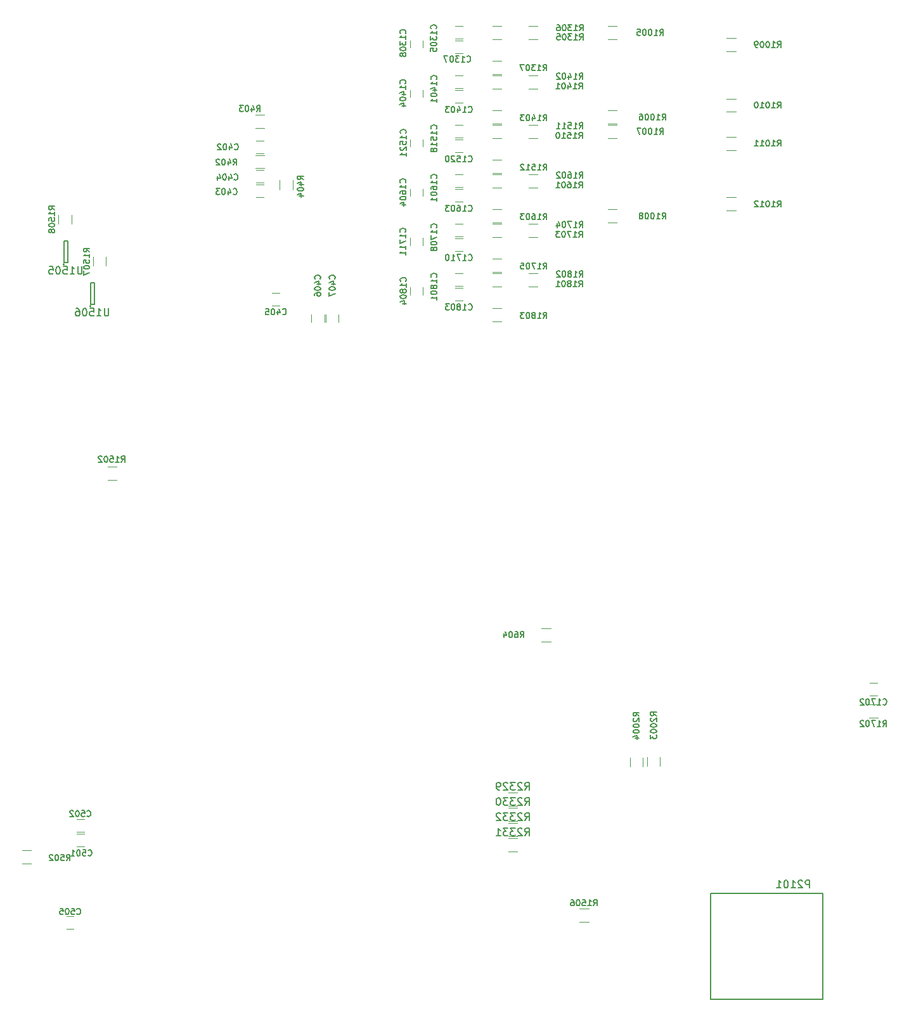
<source format=gbo>
G04 #@! TF.FileFunction,Legend,Bot*
%FSLAX46Y46*%
G04 Gerber Fmt 4.6, Leading zero omitted, Abs format (unit mm)*
G04 Created by KiCad (PCBNEW 4.0.7) date 07/20/18 20:43:06*
%MOMM*%
%LPD*%
G01*
G04 APERTURE LIST*
%ADD10C,0.100000*%
%ADD11C,0.120000*%
%ADD12C,0.150000*%
G04 APERTURE END LIST*
D10*
D11*
X84300000Y-30180000D02*
X85500000Y-30180000D01*
X85500000Y-28420000D02*
X84300000Y-28420000D01*
X84300000Y-18880000D02*
X85500000Y-18880000D01*
X85500000Y-17120000D02*
X84300000Y-17120000D01*
X100200000Y-28580000D02*
X101400000Y-28580000D01*
X101400000Y-26820000D02*
X100200000Y-26820000D01*
X100200000Y-20480000D02*
X101400000Y-20480000D01*
X101400000Y-18720000D02*
X100200000Y-18720000D01*
X57920000Y-39840000D02*
X57920000Y-38840000D01*
X59620000Y-38840000D02*
X59620000Y-39840000D01*
X57920000Y-33240000D02*
X57920000Y-32240000D01*
X59620000Y-32240000D02*
X59620000Y-33240000D01*
X57920000Y-26640000D02*
X57920000Y-25640000D01*
X59620000Y-25640000D02*
X59620000Y-26640000D01*
X57920000Y-20040000D02*
X57920000Y-19040000D01*
X59620000Y-19040000D02*
X59620000Y-20040000D01*
X63970000Y-38890000D02*
X64970000Y-38890000D01*
X64970000Y-40590000D02*
X63970000Y-40590000D01*
X63970000Y-32290000D02*
X64970000Y-32290000D01*
X64970000Y-33990000D02*
X63970000Y-33990000D01*
X63970000Y-25690000D02*
X64970000Y-25690000D01*
X64970000Y-27390000D02*
X63970000Y-27390000D01*
X63970000Y-19090000D02*
X64970000Y-19090000D01*
X64970000Y-20790000D02*
X63970000Y-20790000D01*
X64970000Y-38650000D02*
X63970000Y-38650000D01*
X63970000Y-36950000D02*
X64970000Y-36950000D01*
X64970000Y-32050000D02*
X63970000Y-32050000D01*
X63970000Y-30350000D02*
X64970000Y-30350000D01*
X64970000Y-25450000D02*
X63970000Y-25450000D01*
X63970000Y-23750000D02*
X64970000Y-23750000D01*
X64970000Y-18850000D02*
X63970000Y-18850000D01*
X63970000Y-17150000D02*
X64970000Y-17150000D01*
X70090000Y-36920000D02*
X68890000Y-36920000D01*
X68890000Y-38680000D02*
X70090000Y-38680000D01*
X70090000Y-30320000D02*
X68890000Y-30320000D01*
X68890000Y-32080000D02*
X70090000Y-32080000D01*
X70090000Y-23720000D02*
X68890000Y-23720000D01*
X68890000Y-25480000D02*
X70090000Y-25480000D01*
X70090000Y-17120000D02*
X68890000Y-17120000D01*
X68890000Y-18880000D02*
X70090000Y-18880000D01*
X73740000Y-38680000D02*
X74940000Y-38680000D01*
X74940000Y-36920000D02*
X73740000Y-36920000D01*
X73740000Y-32080000D02*
X74940000Y-32080000D01*
X74940000Y-30320000D02*
X73740000Y-30320000D01*
X73740000Y-25480000D02*
X74940000Y-25480000D01*
X74940000Y-23720000D02*
X73740000Y-23720000D01*
X73740000Y-18880000D02*
X74940000Y-18880000D01*
X74940000Y-17120000D02*
X73740000Y-17120000D01*
X70090000Y-41620000D02*
X68890000Y-41620000D01*
X68890000Y-43380000D02*
X70090000Y-43380000D01*
X70090000Y-35020000D02*
X68890000Y-35020000D01*
X68890000Y-36780000D02*
X70090000Y-36780000D01*
X70090000Y-28420000D02*
X68890000Y-28420000D01*
X68890000Y-30180000D02*
X70090000Y-30180000D01*
X70090000Y-21820000D02*
X68890000Y-21820000D01*
X68890000Y-23580000D02*
X70090000Y-23580000D01*
X70090000Y-15220000D02*
X68890000Y-15220000D01*
X68890000Y-16980000D02*
X70090000Y-16980000D01*
X64970000Y-12250000D02*
X63970000Y-12250000D01*
X63970000Y-10550000D02*
X64970000Y-10550000D01*
X63970000Y-12490000D02*
X64970000Y-12490000D01*
X64970000Y-14190000D02*
X63970000Y-14190000D01*
X57920000Y-13440000D02*
X57920000Y-12440000D01*
X59620000Y-12440000D02*
X59620000Y-13440000D01*
X73740000Y-12280000D02*
X74940000Y-12280000D01*
X74940000Y-10520000D02*
X73740000Y-10520000D01*
X70090000Y-10520000D02*
X68890000Y-10520000D01*
X68890000Y-12280000D02*
X70090000Y-12280000D01*
X37350000Y-19250000D02*
X38350000Y-19250000D01*
X38350000Y-20950000D02*
X37350000Y-20950000D01*
X37350000Y-25100000D02*
X38350000Y-25100000D01*
X38350000Y-26800000D02*
X37350000Y-26800000D01*
X37350000Y-23150000D02*
X38350000Y-23150000D01*
X38350000Y-24850000D02*
X37350000Y-24850000D01*
X40475000Y-41225000D02*
X39475000Y-41225000D01*
X39475000Y-39525000D02*
X40475000Y-39525000D01*
X46452776Y-42457268D02*
X46452776Y-43457268D01*
X44752776Y-43457268D02*
X44752776Y-42457268D01*
X48352776Y-42457268D02*
X48352776Y-43457268D01*
X46652776Y-43457268D02*
X46652776Y-42457268D01*
X13368580Y-111775060D02*
X14368580Y-111775060D01*
X14368580Y-113475060D02*
X13368580Y-113475060D01*
X13368580Y-109875060D02*
X14368580Y-109875060D01*
X14368580Y-111575060D02*
X13368580Y-111575060D01*
X12000000Y-122800000D02*
X13000000Y-122800000D01*
X13000000Y-124500000D02*
X12000000Y-124500000D01*
X64970000Y-5650000D02*
X63970000Y-5650000D01*
X63970000Y-3950000D02*
X64970000Y-3950000D01*
X63970000Y-5890000D02*
X64970000Y-5890000D01*
X64970000Y-7590000D02*
X63970000Y-7590000D01*
X57920000Y-6840000D02*
X57920000Y-5840000D01*
X59620000Y-5840000D02*
X59620000Y-6840000D01*
X120300000Y-93300000D02*
X119300000Y-93300000D01*
X119300000Y-91600000D02*
X120300000Y-91600000D01*
X37250000Y-22930000D02*
X38450000Y-22930000D01*
X38450000Y-21170000D02*
X37250000Y-21170000D01*
X37250000Y-17555000D02*
X38450000Y-17555000D01*
X38450000Y-15795000D02*
X37250000Y-15795000D01*
X40495000Y-24525000D02*
X40495000Y-25725000D01*
X42255000Y-25725000D02*
X42255000Y-24525000D01*
X6090360Y-115728640D02*
X7290360Y-115728640D01*
X7290360Y-113968640D02*
X6090360Y-113968640D01*
X75473000Y-86097000D02*
X76673000Y-86097000D01*
X76673000Y-84337000D02*
X75473000Y-84337000D01*
X100200000Y-7280000D02*
X101400000Y-7280000D01*
X101400000Y-5520000D02*
X100200000Y-5520000D01*
X100200000Y-15380000D02*
X101400000Y-15380000D01*
X101400000Y-13620000D02*
X100200000Y-13620000D01*
X73740000Y-5680000D02*
X74940000Y-5680000D01*
X74940000Y-3920000D02*
X73740000Y-3920000D01*
X70090000Y-3920000D02*
X68890000Y-3920000D01*
X68890000Y-5680000D02*
X70090000Y-5680000D01*
X70090000Y-8620000D02*
X68890000Y-8620000D01*
X68890000Y-10380000D02*
X70090000Y-10380000D01*
X18700000Y-62770000D02*
X17500000Y-62770000D01*
X17500000Y-64530000D02*
X18700000Y-64530000D01*
X80553000Y-123562000D02*
X81753000Y-123562000D01*
X81753000Y-121802000D02*
X80553000Y-121802000D01*
X17320000Y-35950000D02*
X17320000Y-34750000D01*
X15560000Y-34750000D02*
X15560000Y-35950000D01*
X12670000Y-30330000D02*
X12670000Y-29130000D01*
X10910000Y-29130000D02*
X10910000Y-30330000D01*
X120400000Y-94520000D02*
X119200000Y-94520000D01*
X119200000Y-96280000D02*
X120400000Y-96280000D01*
X84300000Y-5680000D02*
X85500000Y-5680000D01*
X85500000Y-3920000D02*
X84300000Y-3920000D01*
X84300000Y-16980000D02*
X85500000Y-16980000D01*
X85500000Y-15220000D02*
X84300000Y-15220000D01*
X89544000Y-101508000D02*
X89544000Y-102708000D01*
X91304000Y-102708000D02*
X91304000Y-101508000D01*
X87258000Y-101635000D02*
X87258000Y-102835000D01*
X89018000Y-102835000D02*
X89018000Y-101635000D01*
D12*
X98043140Y-119758880D02*
X98043140Y-133855880D01*
X113029140Y-133855880D02*
X113029140Y-119758880D01*
X98043140Y-119758880D02*
X113029140Y-119758880D01*
X98043140Y-133855880D02*
X113029140Y-133855880D01*
X11743080Y-35741080D02*
G75*
G03X11743080Y-35741080I-100000J0D01*
G01*
X12193080Y-35491080D02*
X11693080Y-35491080D01*
X12193080Y-32591080D02*
X12193080Y-35491080D01*
X11693080Y-32591080D02*
X12193080Y-32591080D01*
X11693080Y-35491080D02*
X11693080Y-32591080D01*
X15299080Y-41329080D02*
G75*
G03X15299080Y-41329080I-100000J0D01*
G01*
X15749080Y-41079080D02*
X15249080Y-41079080D01*
X15749080Y-38179080D02*
X15749080Y-41079080D01*
X15249080Y-38179080D02*
X15749080Y-38179080D01*
X15249080Y-41079080D02*
X15249080Y-38179080D01*
D11*
X71033080Y-108073080D02*
X72233080Y-108073080D01*
X72233080Y-106313080D02*
X71033080Y-106313080D01*
X71033080Y-110105080D02*
X72233080Y-110105080D01*
X72233080Y-108345080D02*
X71033080Y-108345080D01*
X71033080Y-114169080D02*
X72233080Y-114169080D01*
X72233080Y-112409080D02*
X71033080Y-112409080D01*
X71033080Y-112137080D02*
X72233080Y-112137080D01*
X72233080Y-110377080D02*
X71033080Y-110377080D01*
D12*
X91576191Y-29661905D02*
X91842858Y-29280952D01*
X92033334Y-29661905D02*
X92033334Y-28861905D01*
X91728572Y-28861905D01*
X91652381Y-28900000D01*
X91614286Y-28938095D01*
X91576191Y-29014286D01*
X91576191Y-29128571D01*
X91614286Y-29204762D01*
X91652381Y-29242857D01*
X91728572Y-29280952D01*
X92033334Y-29280952D01*
X90814286Y-29661905D02*
X91271429Y-29661905D01*
X91042858Y-29661905D02*
X91042858Y-28861905D01*
X91119048Y-28976190D01*
X91195239Y-29052381D01*
X91271429Y-29090476D01*
X90319048Y-28861905D02*
X90242857Y-28861905D01*
X90166667Y-28900000D01*
X90128572Y-28938095D01*
X90090476Y-29014286D01*
X90052381Y-29166667D01*
X90052381Y-29357143D01*
X90090476Y-29509524D01*
X90128572Y-29585714D01*
X90166667Y-29623810D01*
X90242857Y-29661905D01*
X90319048Y-29661905D01*
X90395238Y-29623810D01*
X90433334Y-29585714D01*
X90471429Y-29509524D01*
X90509524Y-29357143D01*
X90509524Y-29166667D01*
X90471429Y-29014286D01*
X90433334Y-28938095D01*
X90395238Y-28900000D01*
X90319048Y-28861905D01*
X89557143Y-28861905D02*
X89480952Y-28861905D01*
X89404762Y-28900000D01*
X89366667Y-28938095D01*
X89328571Y-29014286D01*
X89290476Y-29166667D01*
X89290476Y-29357143D01*
X89328571Y-29509524D01*
X89366667Y-29585714D01*
X89404762Y-29623810D01*
X89480952Y-29661905D01*
X89557143Y-29661905D01*
X89633333Y-29623810D01*
X89671429Y-29585714D01*
X89709524Y-29509524D01*
X89747619Y-29357143D01*
X89747619Y-29166667D01*
X89709524Y-29014286D01*
X89671429Y-28938095D01*
X89633333Y-28900000D01*
X89557143Y-28861905D01*
X88833333Y-29204762D02*
X88909524Y-29166667D01*
X88947619Y-29128571D01*
X88985714Y-29052381D01*
X88985714Y-29014286D01*
X88947619Y-28938095D01*
X88909524Y-28900000D01*
X88833333Y-28861905D01*
X88680952Y-28861905D01*
X88604762Y-28900000D01*
X88566666Y-28938095D01*
X88528571Y-29014286D01*
X88528571Y-29052381D01*
X88566666Y-29128571D01*
X88604762Y-29166667D01*
X88680952Y-29204762D01*
X88833333Y-29204762D01*
X88909524Y-29242857D01*
X88947619Y-29280952D01*
X88985714Y-29357143D01*
X88985714Y-29509524D01*
X88947619Y-29585714D01*
X88909524Y-29623810D01*
X88833333Y-29661905D01*
X88680952Y-29661905D01*
X88604762Y-29623810D01*
X88566666Y-29585714D01*
X88528571Y-29509524D01*
X88528571Y-29357143D01*
X88566666Y-29280952D01*
X88604762Y-29242857D01*
X88680952Y-29204762D01*
X91276191Y-18361905D02*
X91542858Y-17980952D01*
X91733334Y-18361905D02*
X91733334Y-17561905D01*
X91428572Y-17561905D01*
X91352381Y-17600000D01*
X91314286Y-17638095D01*
X91276191Y-17714286D01*
X91276191Y-17828571D01*
X91314286Y-17904762D01*
X91352381Y-17942857D01*
X91428572Y-17980952D01*
X91733334Y-17980952D01*
X90514286Y-18361905D02*
X90971429Y-18361905D01*
X90742858Y-18361905D02*
X90742858Y-17561905D01*
X90819048Y-17676190D01*
X90895239Y-17752381D01*
X90971429Y-17790476D01*
X90019048Y-17561905D02*
X89942857Y-17561905D01*
X89866667Y-17600000D01*
X89828572Y-17638095D01*
X89790476Y-17714286D01*
X89752381Y-17866667D01*
X89752381Y-18057143D01*
X89790476Y-18209524D01*
X89828572Y-18285714D01*
X89866667Y-18323810D01*
X89942857Y-18361905D01*
X90019048Y-18361905D01*
X90095238Y-18323810D01*
X90133334Y-18285714D01*
X90171429Y-18209524D01*
X90209524Y-18057143D01*
X90209524Y-17866667D01*
X90171429Y-17714286D01*
X90133334Y-17638095D01*
X90095238Y-17600000D01*
X90019048Y-17561905D01*
X89257143Y-17561905D02*
X89180952Y-17561905D01*
X89104762Y-17600000D01*
X89066667Y-17638095D01*
X89028571Y-17714286D01*
X88990476Y-17866667D01*
X88990476Y-18057143D01*
X89028571Y-18209524D01*
X89066667Y-18285714D01*
X89104762Y-18323810D01*
X89180952Y-18361905D01*
X89257143Y-18361905D01*
X89333333Y-18323810D01*
X89371429Y-18285714D01*
X89409524Y-18209524D01*
X89447619Y-18057143D01*
X89447619Y-17866667D01*
X89409524Y-17714286D01*
X89371429Y-17638095D01*
X89333333Y-17600000D01*
X89257143Y-17561905D01*
X88723809Y-17561905D02*
X88190476Y-17561905D01*
X88533333Y-18361905D01*
X106976191Y-28061905D02*
X107242858Y-27680952D01*
X107433334Y-28061905D02*
X107433334Y-27261905D01*
X107128572Y-27261905D01*
X107052381Y-27300000D01*
X107014286Y-27338095D01*
X106976191Y-27414286D01*
X106976191Y-27528571D01*
X107014286Y-27604762D01*
X107052381Y-27642857D01*
X107128572Y-27680952D01*
X107433334Y-27680952D01*
X106214286Y-28061905D02*
X106671429Y-28061905D01*
X106442858Y-28061905D02*
X106442858Y-27261905D01*
X106519048Y-27376190D01*
X106595239Y-27452381D01*
X106671429Y-27490476D01*
X105719048Y-27261905D02*
X105642857Y-27261905D01*
X105566667Y-27300000D01*
X105528572Y-27338095D01*
X105490476Y-27414286D01*
X105452381Y-27566667D01*
X105452381Y-27757143D01*
X105490476Y-27909524D01*
X105528572Y-27985714D01*
X105566667Y-28023810D01*
X105642857Y-28061905D01*
X105719048Y-28061905D01*
X105795238Y-28023810D01*
X105833334Y-27985714D01*
X105871429Y-27909524D01*
X105909524Y-27757143D01*
X105909524Y-27566667D01*
X105871429Y-27414286D01*
X105833334Y-27338095D01*
X105795238Y-27300000D01*
X105719048Y-27261905D01*
X104690476Y-28061905D02*
X105147619Y-28061905D01*
X104919048Y-28061905D02*
X104919048Y-27261905D01*
X104995238Y-27376190D01*
X105071429Y-27452381D01*
X105147619Y-27490476D01*
X104385714Y-27338095D02*
X104347619Y-27300000D01*
X104271428Y-27261905D01*
X104080952Y-27261905D01*
X104004762Y-27300000D01*
X103966666Y-27338095D01*
X103928571Y-27414286D01*
X103928571Y-27490476D01*
X103966666Y-27604762D01*
X104423809Y-28061905D01*
X103928571Y-28061905D01*
X106976191Y-19961905D02*
X107242858Y-19580952D01*
X107433334Y-19961905D02*
X107433334Y-19161905D01*
X107128572Y-19161905D01*
X107052381Y-19200000D01*
X107014286Y-19238095D01*
X106976191Y-19314286D01*
X106976191Y-19428571D01*
X107014286Y-19504762D01*
X107052381Y-19542857D01*
X107128572Y-19580952D01*
X107433334Y-19580952D01*
X106214286Y-19961905D02*
X106671429Y-19961905D01*
X106442858Y-19961905D02*
X106442858Y-19161905D01*
X106519048Y-19276190D01*
X106595239Y-19352381D01*
X106671429Y-19390476D01*
X105719048Y-19161905D02*
X105642857Y-19161905D01*
X105566667Y-19200000D01*
X105528572Y-19238095D01*
X105490476Y-19314286D01*
X105452381Y-19466667D01*
X105452381Y-19657143D01*
X105490476Y-19809524D01*
X105528572Y-19885714D01*
X105566667Y-19923810D01*
X105642857Y-19961905D01*
X105719048Y-19961905D01*
X105795238Y-19923810D01*
X105833334Y-19885714D01*
X105871429Y-19809524D01*
X105909524Y-19657143D01*
X105909524Y-19466667D01*
X105871429Y-19314286D01*
X105833334Y-19238095D01*
X105795238Y-19200000D01*
X105719048Y-19161905D01*
X104690476Y-19961905D02*
X105147619Y-19961905D01*
X104919048Y-19961905D02*
X104919048Y-19161905D01*
X104995238Y-19276190D01*
X105071429Y-19352381D01*
X105147619Y-19390476D01*
X103928571Y-19961905D02*
X104385714Y-19961905D01*
X104157143Y-19961905D02*
X104157143Y-19161905D01*
X104233333Y-19276190D01*
X104309524Y-19352381D01*
X104385714Y-19390476D01*
X57325714Y-38003809D02*
X57363810Y-37965714D01*
X57401905Y-37851428D01*
X57401905Y-37775238D01*
X57363810Y-37660952D01*
X57287619Y-37584761D01*
X57211429Y-37546666D01*
X57059048Y-37508571D01*
X56944762Y-37508571D01*
X56792381Y-37546666D01*
X56716190Y-37584761D01*
X56640000Y-37660952D01*
X56601905Y-37775238D01*
X56601905Y-37851428D01*
X56640000Y-37965714D01*
X56678095Y-38003809D01*
X57401905Y-38765714D02*
X57401905Y-38308571D01*
X57401905Y-38537142D02*
X56601905Y-38537142D01*
X56716190Y-38460952D01*
X56792381Y-38384761D01*
X56830476Y-38308571D01*
X56944762Y-39222857D02*
X56906667Y-39146666D01*
X56868571Y-39108571D01*
X56792381Y-39070476D01*
X56754286Y-39070476D01*
X56678095Y-39108571D01*
X56640000Y-39146666D01*
X56601905Y-39222857D01*
X56601905Y-39375238D01*
X56640000Y-39451428D01*
X56678095Y-39489524D01*
X56754286Y-39527619D01*
X56792381Y-39527619D01*
X56868571Y-39489524D01*
X56906667Y-39451428D01*
X56944762Y-39375238D01*
X56944762Y-39222857D01*
X56982857Y-39146666D01*
X57020952Y-39108571D01*
X57097143Y-39070476D01*
X57249524Y-39070476D01*
X57325714Y-39108571D01*
X57363810Y-39146666D01*
X57401905Y-39222857D01*
X57401905Y-39375238D01*
X57363810Y-39451428D01*
X57325714Y-39489524D01*
X57249524Y-39527619D01*
X57097143Y-39527619D01*
X57020952Y-39489524D01*
X56982857Y-39451428D01*
X56944762Y-39375238D01*
X56601905Y-40022857D02*
X56601905Y-40099048D01*
X56640000Y-40175238D01*
X56678095Y-40213333D01*
X56754286Y-40251429D01*
X56906667Y-40289524D01*
X57097143Y-40289524D01*
X57249524Y-40251429D01*
X57325714Y-40213333D01*
X57363810Y-40175238D01*
X57401905Y-40099048D01*
X57401905Y-40022857D01*
X57363810Y-39946667D01*
X57325714Y-39908571D01*
X57249524Y-39870476D01*
X57097143Y-39832381D01*
X56906667Y-39832381D01*
X56754286Y-39870476D01*
X56678095Y-39908571D01*
X56640000Y-39946667D01*
X56601905Y-40022857D01*
X56868571Y-40975238D02*
X57401905Y-40975238D01*
X56563810Y-40784762D02*
X57135238Y-40594286D01*
X57135238Y-41089524D01*
X57245714Y-31433809D02*
X57283810Y-31395714D01*
X57321905Y-31281428D01*
X57321905Y-31205238D01*
X57283810Y-31090952D01*
X57207619Y-31014761D01*
X57131429Y-30976666D01*
X56979048Y-30938571D01*
X56864762Y-30938571D01*
X56712381Y-30976666D01*
X56636190Y-31014761D01*
X56560000Y-31090952D01*
X56521905Y-31205238D01*
X56521905Y-31281428D01*
X56560000Y-31395714D01*
X56598095Y-31433809D01*
X57321905Y-32195714D02*
X57321905Y-31738571D01*
X57321905Y-31967142D02*
X56521905Y-31967142D01*
X56636190Y-31890952D01*
X56712381Y-31814761D01*
X56750476Y-31738571D01*
X56521905Y-32462381D02*
X56521905Y-32995714D01*
X57321905Y-32652857D01*
X57321905Y-33719524D02*
X57321905Y-33262381D01*
X57321905Y-33490952D02*
X56521905Y-33490952D01*
X56636190Y-33414762D01*
X56712381Y-33338571D01*
X56750476Y-33262381D01*
X57321905Y-34481429D02*
X57321905Y-34024286D01*
X57321905Y-34252857D02*
X56521905Y-34252857D01*
X56636190Y-34176667D01*
X56712381Y-34100476D01*
X56750476Y-34024286D01*
X57285714Y-24863809D02*
X57323810Y-24825714D01*
X57361905Y-24711428D01*
X57361905Y-24635238D01*
X57323810Y-24520952D01*
X57247619Y-24444761D01*
X57171429Y-24406666D01*
X57019048Y-24368571D01*
X56904762Y-24368571D01*
X56752381Y-24406666D01*
X56676190Y-24444761D01*
X56600000Y-24520952D01*
X56561905Y-24635238D01*
X56561905Y-24711428D01*
X56600000Y-24825714D01*
X56638095Y-24863809D01*
X57361905Y-25625714D02*
X57361905Y-25168571D01*
X57361905Y-25397142D02*
X56561905Y-25397142D01*
X56676190Y-25320952D01*
X56752381Y-25244761D01*
X56790476Y-25168571D01*
X56561905Y-26311428D02*
X56561905Y-26159047D01*
X56600000Y-26082857D01*
X56638095Y-26044762D01*
X56752381Y-25968571D01*
X56904762Y-25930476D01*
X57209524Y-25930476D01*
X57285714Y-25968571D01*
X57323810Y-26006666D01*
X57361905Y-26082857D01*
X57361905Y-26235238D01*
X57323810Y-26311428D01*
X57285714Y-26349524D01*
X57209524Y-26387619D01*
X57019048Y-26387619D01*
X56942857Y-26349524D01*
X56904762Y-26311428D01*
X56866667Y-26235238D01*
X56866667Y-26082857D01*
X56904762Y-26006666D01*
X56942857Y-25968571D01*
X57019048Y-25930476D01*
X56561905Y-26882857D02*
X56561905Y-26959048D01*
X56600000Y-27035238D01*
X56638095Y-27073333D01*
X56714286Y-27111429D01*
X56866667Y-27149524D01*
X57057143Y-27149524D01*
X57209524Y-27111429D01*
X57285714Y-27073333D01*
X57323810Y-27035238D01*
X57361905Y-26959048D01*
X57361905Y-26882857D01*
X57323810Y-26806667D01*
X57285714Y-26768571D01*
X57209524Y-26730476D01*
X57057143Y-26692381D01*
X56866667Y-26692381D01*
X56714286Y-26730476D01*
X56638095Y-26768571D01*
X56600000Y-26806667D01*
X56561905Y-26882857D01*
X56828571Y-27835238D02*
X57361905Y-27835238D01*
X56523810Y-27644762D02*
X57095238Y-27454286D01*
X57095238Y-27949524D01*
X57325714Y-18253809D02*
X57363810Y-18215714D01*
X57401905Y-18101428D01*
X57401905Y-18025238D01*
X57363810Y-17910952D01*
X57287619Y-17834761D01*
X57211429Y-17796666D01*
X57059048Y-17758571D01*
X56944762Y-17758571D01*
X56792381Y-17796666D01*
X56716190Y-17834761D01*
X56640000Y-17910952D01*
X56601905Y-18025238D01*
X56601905Y-18101428D01*
X56640000Y-18215714D01*
X56678095Y-18253809D01*
X57401905Y-19015714D02*
X57401905Y-18558571D01*
X57401905Y-18787142D02*
X56601905Y-18787142D01*
X56716190Y-18710952D01*
X56792381Y-18634761D01*
X56830476Y-18558571D01*
X56601905Y-19739524D02*
X56601905Y-19358571D01*
X56982857Y-19320476D01*
X56944762Y-19358571D01*
X56906667Y-19434762D01*
X56906667Y-19625238D01*
X56944762Y-19701428D01*
X56982857Y-19739524D01*
X57059048Y-19777619D01*
X57249524Y-19777619D01*
X57325714Y-19739524D01*
X57363810Y-19701428D01*
X57401905Y-19625238D01*
X57401905Y-19434762D01*
X57363810Y-19358571D01*
X57325714Y-19320476D01*
X56678095Y-20082381D02*
X56640000Y-20120476D01*
X56601905Y-20196667D01*
X56601905Y-20387143D01*
X56640000Y-20463333D01*
X56678095Y-20501429D01*
X56754286Y-20539524D01*
X56830476Y-20539524D01*
X56944762Y-20501429D01*
X57401905Y-20044286D01*
X57401905Y-20539524D01*
X57401905Y-21301429D02*
X57401905Y-20844286D01*
X57401905Y-21072857D02*
X56601905Y-21072857D01*
X56716190Y-20996667D01*
X56792381Y-20920476D01*
X56830476Y-20844286D01*
X65706191Y-41765714D02*
X65744286Y-41803810D01*
X65858572Y-41841905D01*
X65934762Y-41841905D01*
X66049048Y-41803810D01*
X66125239Y-41727619D01*
X66163334Y-41651429D01*
X66201429Y-41499048D01*
X66201429Y-41384762D01*
X66163334Y-41232381D01*
X66125239Y-41156190D01*
X66049048Y-41080000D01*
X65934762Y-41041905D01*
X65858572Y-41041905D01*
X65744286Y-41080000D01*
X65706191Y-41118095D01*
X64944286Y-41841905D02*
X65401429Y-41841905D01*
X65172858Y-41841905D02*
X65172858Y-41041905D01*
X65249048Y-41156190D01*
X65325239Y-41232381D01*
X65401429Y-41270476D01*
X64487143Y-41384762D02*
X64563334Y-41346667D01*
X64601429Y-41308571D01*
X64639524Y-41232381D01*
X64639524Y-41194286D01*
X64601429Y-41118095D01*
X64563334Y-41080000D01*
X64487143Y-41041905D01*
X64334762Y-41041905D01*
X64258572Y-41080000D01*
X64220476Y-41118095D01*
X64182381Y-41194286D01*
X64182381Y-41232381D01*
X64220476Y-41308571D01*
X64258572Y-41346667D01*
X64334762Y-41384762D01*
X64487143Y-41384762D01*
X64563334Y-41422857D01*
X64601429Y-41460952D01*
X64639524Y-41537143D01*
X64639524Y-41689524D01*
X64601429Y-41765714D01*
X64563334Y-41803810D01*
X64487143Y-41841905D01*
X64334762Y-41841905D01*
X64258572Y-41803810D01*
X64220476Y-41765714D01*
X64182381Y-41689524D01*
X64182381Y-41537143D01*
X64220476Y-41460952D01*
X64258572Y-41422857D01*
X64334762Y-41384762D01*
X63687143Y-41041905D02*
X63610952Y-41041905D01*
X63534762Y-41080000D01*
X63496667Y-41118095D01*
X63458571Y-41194286D01*
X63420476Y-41346667D01*
X63420476Y-41537143D01*
X63458571Y-41689524D01*
X63496667Y-41765714D01*
X63534762Y-41803810D01*
X63610952Y-41841905D01*
X63687143Y-41841905D01*
X63763333Y-41803810D01*
X63801429Y-41765714D01*
X63839524Y-41689524D01*
X63877619Y-41537143D01*
X63877619Y-41346667D01*
X63839524Y-41194286D01*
X63801429Y-41118095D01*
X63763333Y-41080000D01*
X63687143Y-41041905D01*
X63153809Y-41041905D02*
X62658571Y-41041905D01*
X62925238Y-41346667D01*
X62810952Y-41346667D01*
X62734762Y-41384762D01*
X62696666Y-41422857D01*
X62658571Y-41499048D01*
X62658571Y-41689524D01*
X62696666Y-41765714D01*
X62734762Y-41803810D01*
X62810952Y-41841905D01*
X63039524Y-41841905D01*
X63115714Y-41803810D01*
X63153809Y-41765714D01*
X65706191Y-35165714D02*
X65744286Y-35203810D01*
X65858572Y-35241905D01*
X65934762Y-35241905D01*
X66049048Y-35203810D01*
X66125239Y-35127619D01*
X66163334Y-35051429D01*
X66201429Y-34899048D01*
X66201429Y-34784762D01*
X66163334Y-34632381D01*
X66125239Y-34556190D01*
X66049048Y-34480000D01*
X65934762Y-34441905D01*
X65858572Y-34441905D01*
X65744286Y-34480000D01*
X65706191Y-34518095D01*
X64944286Y-35241905D02*
X65401429Y-35241905D01*
X65172858Y-35241905D02*
X65172858Y-34441905D01*
X65249048Y-34556190D01*
X65325239Y-34632381D01*
X65401429Y-34670476D01*
X64677619Y-34441905D02*
X64144286Y-34441905D01*
X64487143Y-35241905D01*
X63420476Y-35241905D02*
X63877619Y-35241905D01*
X63649048Y-35241905D02*
X63649048Y-34441905D01*
X63725238Y-34556190D01*
X63801429Y-34632381D01*
X63877619Y-34670476D01*
X62925238Y-34441905D02*
X62849047Y-34441905D01*
X62772857Y-34480000D01*
X62734762Y-34518095D01*
X62696666Y-34594286D01*
X62658571Y-34746667D01*
X62658571Y-34937143D01*
X62696666Y-35089524D01*
X62734762Y-35165714D01*
X62772857Y-35203810D01*
X62849047Y-35241905D01*
X62925238Y-35241905D01*
X63001428Y-35203810D01*
X63039524Y-35165714D01*
X63077619Y-35089524D01*
X63115714Y-34937143D01*
X63115714Y-34746667D01*
X63077619Y-34594286D01*
X63039524Y-34518095D01*
X63001428Y-34480000D01*
X62925238Y-34441905D01*
X65706191Y-28565714D02*
X65744286Y-28603810D01*
X65858572Y-28641905D01*
X65934762Y-28641905D01*
X66049048Y-28603810D01*
X66125239Y-28527619D01*
X66163334Y-28451429D01*
X66201429Y-28299048D01*
X66201429Y-28184762D01*
X66163334Y-28032381D01*
X66125239Y-27956190D01*
X66049048Y-27880000D01*
X65934762Y-27841905D01*
X65858572Y-27841905D01*
X65744286Y-27880000D01*
X65706191Y-27918095D01*
X64944286Y-28641905D02*
X65401429Y-28641905D01*
X65172858Y-28641905D02*
X65172858Y-27841905D01*
X65249048Y-27956190D01*
X65325239Y-28032381D01*
X65401429Y-28070476D01*
X64258572Y-27841905D02*
X64410953Y-27841905D01*
X64487143Y-27880000D01*
X64525238Y-27918095D01*
X64601429Y-28032381D01*
X64639524Y-28184762D01*
X64639524Y-28489524D01*
X64601429Y-28565714D01*
X64563334Y-28603810D01*
X64487143Y-28641905D01*
X64334762Y-28641905D01*
X64258572Y-28603810D01*
X64220476Y-28565714D01*
X64182381Y-28489524D01*
X64182381Y-28299048D01*
X64220476Y-28222857D01*
X64258572Y-28184762D01*
X64334762Y-28146667D01*
X64487143Y-28146667D01*
X64563334Y-28184762D01*
X64601429Y-28222857D01*
X64639524Y-28299048D01*
X63687143Y-27841905D02*
X63610952Y-27841905D01*
X63534762Y-27880000D01*
X63496667Y-27918095D01*
X63458571Y-27994286D01*
X63420476Y-28146667D01*
X63420476Y-28337143D01*
X63458571Y-28489524D01*
X63496667Y-28565714D01*
X63534762Y-28603810D01*
X63610952Y-28641905D01*
X63687143Y-28641905D01*
X63763333Y-28603810D01*
X63801429Y-28565714D01*
X63839524Y-28489524D01*
X63877619Y-28337143D01*
X63877619Y-28146667D01*
X63839524Y-27994286D01*
X63801429Y-27918095D01*
X63763333Y-27880000D01*
X63687143Y-27841905D01*
X63153809Y-27841905D02*
X62658571Y-27841905D01*
X62925238Y-28146667D01*
X62810952Y-28146667D01*
X62734762Y-28184762D01*
X62696666Y-28222857D01*
X62658571Y-28299048D01*
X62658571Y-28489524D01*
X62696666Y-28565714D01*
X62734762Y-28603810D01*
X62810952Y-28641905D01*
X63039524Y-28641905D01*
X63115714Y-28603810D01*
X63153809Y-28565714D01*
X65706191Y-21965714D02*
X65744286Y-22003810D01*
X65858572Y-22041905D01*
X65934762Y-22041905D01*
X66049048Y-22003810D01*
X66125239Y-21927619D01*
X66163334Y-21851429D01*
X66201429Y-21699048D01*
X66201429Y-21584762D01*
X66163334Y-21432381D01*
X66125239Y-21356190D01*
X66049048Y-21280000D01*
X65934762Y-21241905D01*
X65858572Y-21241905D01*
X65744286Y-21280000D01*
X65706191Y-21318095D01*
X64944286Y-22041905D02*
X65401429Y-22041905D01*
X65172858Y-22041905D02*
X65172858Y-21241905D01*
X65249048Y-21356190D01*
X65325239Y-21432381D01*
X65401429Y-21470476D01*
X64220476Y-21241905D02*
X64601429Y-21241905D01*
X64639524Y-21622857D01*
X64601429Y-21584762D01*
X64525238Y-21546667D01*
X64334762Y-21546667D01*
X64258572Y-21584762D01*
X64220476Y-21622857D01*
X64182381Y-21699048D01*
X64182381Y-21889524D01*
X64220476Y-21965714D01*
X64258572Y-22003810D01*
X64334762Y-22041905D01*
X64525238Y-22041905D01*
X64601429Y-22003810D01*
X64639524Y-21965714D01*
X63877619Y-21318095D02*
X63839524Y-21280000D01*
X63763333Y-21241905D01*
X63572857Y-21241905D01*
X63496667Y-21280000D01*
X63458571Y-21318095D01*
X63420476Y-21394286D01*
X63420476Y-21470476D01*
X63458571Y-21584762D01*
X63915714Y-22041905D01*
X63420476Y-22041905D01*
X62925238Y-21241905D02*
X62849047Y-21241905D01*
X62772857Y-21280000D01*
X62734762Y-21318095D01*
X62696666Y-21394286D01*
X62658571Y-21546667D01*
X62658571Y-21737143D01*
X62696666Y-21889524D01*
X62734762Y-21965714D01*
X62772857Y-22003810D01*
X62849047Y-22041905D01*
X62925238Y-22041905D01*
X63001428Y-22003810D01*
X63039524Y-21965714D01*
X63077619Y-21889524D01*
X63115714Y-21737143D01*
X63115714Y-21546667D01*
X63077619Y-21394286D01*
X63039524Y-21318095D01*
X63001428Y-21280000D01*
X62925238Y-21241905D01*
X61395714Y-37463809D02*
X61433810Y-37425714D01*
X61471905Y-37311428D01*
X61471905Y-37235238D01*
X61433810Y-37120952D01*
X61357619Y-37044761D01*
X61281429Y-37006666D01*
X61129048Y-36968571D01*
X61014762Y-36968571D01*
X60862381Y-37006666D01*
X60786190Y-37044761D01*
X60710000Y-37120952D01*
X60671905Y-37235238D01*
X60671905Y-37311428D01*
X60710000Y-37425714D01*
X60748095Y-37463809D01*
X61471905Y-38225714D02*
X61471905Y-37768571D01*
X61471905Y-37997142D02*
X60671905Y-37997142D01*
X60786190Y-37920952D01*
X60862381Y-37844761D01*
X60900476Y-37768571D01*
X61014762Y-38682857D02*
X60976667Y-38606666D01*
X60938571Y-38568571D01*
X60862381Y-38530476D01*
X60824286Y-38530476D01*
X60748095Y-38568571D01*
X60710000Y-38606666D01*
X60671905Y-38682857D01*
X60671905Y-38835238D01*
X60710000Y-38911428D01*
X60748095Y-38949524D01*
X60824286Y-38987619D01*
X60862381Y-38987619D01*
X60938571Y-38949524D01*
X60976667Y-38911428D01*
X61014762Y-38835238D01*
X61014762Y-38682857D01*
X61052857Y-38606666D01*
X61090952Y-38568571D01*
X61167143Y-38530476D01*
X61319524Y-38530476D01*
X61395714Y-38568571D01*
X61433810Y-38606666D01*
X61471905Y-38682857D01*
X61471905Y-38835238D01*
X61433810Y-38911428D01*
X61395714Y-38949524D01*
X61319524Y-38987619D01*
X61167143Y-38987619D01*
X61090952Y-38949524D01*
X61052857Y-38911428D01*
X61014762Y-38835238D01*
X60671905Y-39482857D02*
X60671905Y-39559048D01*
X60710000Y-39635238D01*
X60748095Y-39673333D01*
X60824286Y-39711429D01*
X60976667Y-39749524D01*
X61167143Y-39749524D01*
X61319524Y-39711429D01*
X61395714Y-39673333D01*
X61433810Y-39635238D01*
X61471905Y-39559048D01*
X61471905Y-39482857D01*
X61433810Y-39406667D01*
X61395714Y-39368571D01*
X61319524Y-39330476D01*
X61167143Y-39292381D01*
X60976667Y-39292381D01*
X60824286Y-39330476D01*
X60748095Y-39368571D01*
X60710000Y-39406667D01*
X60671905Y-39482857D01*
X61471905Y-40511429D02*
X61471905Y-40054286D01*
X61471905Y-40282857D02*
X60671905Y-40282857D01*
X60786190Y-40206667D01*
X60862381Y-40130476D01*
X60900476Y-40054286D01*
X61395714Y-30863809D02*
X61433810Y-30825714D01*
X61471905Y-30711428D01*
X61471905Y-30635238D01*
X61433810Y-30520952D01*
X61357619Y-30444761D01*
X61281429Y-30406666D01*
X61129048Y-30368571D01*
X61014762Y-30368571D01*
X60862381Y-30406666D01*
X60786190Y-30444761D01*
X60710000Y-30520952D01*
X60671905Y-30635238D01*
X60671905Y-30711428D01*
X60710000Y-30825714D01*
X60748095Y-30863809D01*
X61471905Y-31625714D02*
X61471905Y-31168571D01*
X61471905Y-31397142D02*
X60671905Y-31397142D01*
X60786190Y-31320952D01*
X60862381Y-31244761D01*
X60900476Y-31168571D01*
X60671905Y-31892381D02*
X60671905Y-32425714D01*
X61471905Y-32082857D01*
X60671905Y-32882857D02*
X60671905Y-32959048D01*
X60710000Y-33035238D01*
X60748095Y-33073333D01*
X60824286Y-33111429D01*
X60976667Y-33149524D01*
X61167143Y-33149524D01*
X61319524Y-33111429D01*
X61395714Y-33073333D01*
X61433810Y-33035238D01*
X61471905Y-32959048D01*
X61471905Y-32882857D01*
X61433810Y-32806667D01*
X61395714Y-32768571D01*
X61319524Y-32730476D01*
X61167143Y-32692381D01*
X60976667Y-32692381D01*
X60824286Y-32730476D01*
X60748095Y-32768571D01*
X60710000Y-32806667D01*
X60671905Y-32882857D01*
X61014762Y-33606667D02*
X60976667Y-33530476D01*
X60938571Y-33492381D01*
X60862381Y-33454286D01*
X60824286Y-33454286D01*
X60748095Y-33492381D01*
X60710000Y-33530476D01*
X60671905Y-33606667D01*
X60671905Y-33759048D01*
X60710000Y-33835238D01*
X60748095Y-33873334D01*
X60824286Y-33911429D01*
X60862381Y-33911429D01*
X60938571Y-33873334D01*
X60976667Y-33835238D01*
X61014762Y-33759048D01*
X61014762Y-33606667D01*
X61052857Y-33530476D01*
X61090952Y-33492381D01*
X61167143Y-33454286D01*
X61319524Y-33454286D01*
X61395714Y-33492381D01*
X61433810Y-33530476D01*
X61471905Y-33606667D01*
X61471905Y-33759048D01*
X61433810Y-33835238D01*
X61395714Y-33873334D01*
X61319524Y-33911429D01*
X61167143Y-33911429D01*
X61090952Y-33873334D01*
X61052857Y-33835238D01*
X61014762Y-33759048D01*
X61395714Y-24263809D02*
X61433810Y-24225714D01*
X61471905Y-24111428D01*
X61471905Y-24035238D01*
X61433810Y-23920952D01*
X61357619Y-23844761D01*
X61281429Y-23806666D01*
X61129048Y-23768571D01*
X61014762Y-23768571D01*
X60862381Y-23806666D01*
X60786190Y-23844761D01*
X60710000Y-23920952D01*
X60671905Y-24035238D01*
X60671905Y-24111428D01*
X60710000Y-24225714D01*
X60748095Y-24263809D01*
X61471905Y-25025714D02*
X61471905Y-24568571D01*
X61471905Y-24797142D02*
X60671905Y-24797142D01*
X60786190Y-24720952D01*
X60862381Y-24644761D01*
X60900476Y-24568571D01*
X60671905Y-25711428D02*
X60671905Y-25559047D01*
X60710000Y-25482857D01*
X60748095Y-25444762D01*
X60862381Y-25368571D01*
X61014762Y-25330476D01*
X61319524Y-25330476D01*
X61395714Y-25368571D01*
X61433810Y-25406666D01*
X61471905Y-25482857D01*
X61471905Y-25635238D01*
X61433810Y-25711428D01*
X61395714Y-25749524D01*
X61319524Y-25787619D01*
X61129048Y-25787619D01*
X61052857Y-25749524D01*
X61014762Y-25711428D01*
X60976667Y-25635238D01*
X60976667Y-25482857D01*
X61014762Y-25406666D01*
X61052857Y-25368571D01*
X61129048Y-25330476D01*
X60671905Y-26282857D02*
X60671905Y-26359048D01*
X60710000Y-26435238D01*
X60748095Y-26473333D01*
X60824286Y-26511429D01*
X60976667Y-26549524D01*
X61167143Y-26549524D01*
X61319524Y-26511429D01*
X61395714Y-26473333D01*
X61433810Y-26435238D01*
X61471905Y-26359048D01*
X61471905Y-26282857D01*
X61433810Y-26206667D01*
X61395714Y-26168571D01*
X61319524Y-26130476D01*
X61167143Y-26092381D01*
X60976667Y-26092381D01*
X60824286Y-26130476D01*
X60748095Y-26168571D01*
X60710000Y-26206667D01*
X60671905Y-26282857D01*
X61471905Y-27311429D02*
X61471905Y-26854286D01*
X61471905Y-27082857D02*
X60671905Y-27082857D01*
X60786190Y-27006667D01*
X60862381Y-26930476D01*
X60900476Y-26854286D01*
X61395714Y-17663809D02*
X61433810Y-17625714D01*
X61471905Y-17511428D01*
X61471905Y-17435238D01*
X61433810Y-17320952D01*
X61357619Y-17244761D01*
X61281429Y-17206666D01*
X61129048Y-17168571D01*
X61014762Y-17168571D01*
X60862381Y-17206666D01*
X60786190Y-17244761D01*
X60710000Y-17320952D01*
X60671905Y-17435238D01*
X60671905Y-17511428D01*
X60710000Y-17625714D01*
X60748095Y-17663809D01*
X61471905Y-18425714D02*
X61471905Y-17968571D01*
X61471905Y-18197142D02*
X60671905Y-18197142D01*
X60786190Y-18120952D01*
X60862381Y-18044761D01*
X60900476Y-17968571D01*
X60671905Y-19149524D02*
X60671905Y-18768571D01*
X61052857Y-18730476D01*
X61014762Y-18768571D01*
X60976667Y-18844762D01*
X60976667Y-19035238D01*
X61014762Y-19111428D01*
X61052857Y-19149524D01*
X61129048Y-19187619D01*
X61319524Y-19187619D01*
X61395714Y-19149524D01*
X61433810Y-19111428D01*
X61471905Y-19035238D01*
X61471905Y-18844762D01*
X61433810Y-18768571D01*
X61395714Y-18730476D01*
X61471905Y-19949524D02*
X61471905Y-19492381D01*
X61471905Y-19720952D02*
X60671905Y-19720952D01*
X60786190Y-19644762D01*
X60862381Y-19568571D01*
X60900476Y-19492381D01*
X61014762Y-20406667D02*
X60976667Y-20330476D01*
X60938571Y-20292381D01*
X60862381Y-20254286D01*
X60824286Y-20254286D01*
X60748095Y-20292381D01*
X60710000Y-20330476D01*
X60671905Y-20406667D01*
X60671905Y-20559048D01*
X60710000Y-20635238D01*
X60748095Y-20673334D01*
X60824286Y-20711429D01*
X60862381Y-20711429D01*
X60938571Y-20673334D01*
X60976667Y-20635238D01*
X61014762Y-20559048D01*
X61014762Y-20406667D01*
X61052857Y-20330476D01*
X61090952Y-20292381D01*
X61167143Y-20254286D01*
X61319524Y-20254286D01*
X61395714Y-20292381D01*
X61433810Y-20330476D01*
X61471905Y-20406667D01*
X61471905Y-20559048D01*
X61433810Y-20635238D01*
X61395714Y-20673334D01*
X61319524Y-20711429D01*
X61167143Y-20711429D01*
X61090952Y-20673334D01*
X61052857Y-20635238D01*
X61014762Y-20559048D01*
X80516191Y-37421905D02*
X80782858Y-37040952D01*
X80973334Y-37421905D02*
X80973334Y-36621905D01*
X80668572Y-36621905D01*
X80592381Y-36660000D01*
X80554286Y-36698095D01*
X80516191Y-36774286D01*
X80516191Y-36888571D01*
X80554286Y-36964762D01*
X80592381Y-37002857D01*
X80668572Y-37040952D01*
X80973334Y-37040952D01*
X79754286Y-37421905D02*
X80211429Y-37421905D01*
X79982858Y-37421905D02*
X79982858Y-36621905D01*
X80059048Y-36736190D01*
X80135239Y-36812381D01*
X80211429Y-36850476D01*
X79297143Y-36964762D02*
X79373334Y-36926667D01*
X79411429Y-36888571D01*
X79449524Y-36812381D01*
X79449524Y-36774286D01*
X79411429Y-36698095D01*
X79373334Y-36660000D01*
X79297143Y-36621905D01*
X79144762Y-36621905D01*
X79068572Y-36660000D01*
X79030476Y-36698095D01*
X78992381Y-36774286D01*
X78992381Y-36812381D01*
X79030476Y-36888571D01*
X79068572Y-36926667D01*
X79144762Y-36964762D01*
X79297143Y-36964762D01*
X79373334Y-37002857D01*
X79411429Y-37040952D01*
X79449524Y-37117143D01*
X79449524Y-37269524D01*
X79411429Y-37345714D01*
X79373334Y-37383810D01*
X79297143Y-37421905D01*
X79144762Y-37421905D01*
X79068572Y-37383810D01*
X79030476Y-37345714D01*
X78992381Y-37269524D01*
X78992381Y-37117143D01*
X79030476Y-37040952D01*
X79068572Y-37002857D01*
X79144762Y-36964762D01*
X78497143Y-36621905D02*
X78420952Y-36621905D01*
X78344762Y-36660000D01*
X78306667Y-36698095D01*
X78268571Y-36774286D01*
X78230476Y-36926667D01*
X78230476Y-37117143D01*
X78268571Y-37269524D01*
X78306667Y-37345714D01*
X78344762Y-37383810D01*
X78420952Y-37421905D01*
X78497143Y-37421905D01*
X78573333Y-37383810D01*
X78611429Y-37345714D01*
X78649524Y-37269524D01*
X78687619Y-37117143D01*
X78687619Y-36926667D01*
X78649524Y-36774286D01*
X78611429Y-36698095D01*
X78573333Y-36660000D01*
X78497143Y-36621905D01*
X77925714Y-36698095D02*
X77887619Y-36660000D01*
X77811428Y-36621905D01*
X77620952Y-36621905D01*
X77544762Y-36660000D01*
X77506666Y-36698095D01*
X77468571Y-36774286D01*
X77468571Y-36850476D01*
X77506666Y-36964762D01*
X77963809Y-37421905D01*
X77468571Y-37421905D01*
X80516191Y-30821905D02*
X80782858Y-30440952D01*
X80973334Y-30821905D02*
X80973334Y-30021905D01*
X80668572Y-30021905D01*
X80592381Y-30060000D01*
X80554286Y-30098095D01*
X80516191Y-30174286D01*
X80516191Y-30288571D01*
X80554286Y-30364762D01*
X80592381Y-30402857D01*
X80668572Y-30440952D01*
X80973334Y-30440952D01*
X79754286Y-30821905D02*
X80211429Y-30821905D01*
X79982858Y-30821905D02*
X79982858Y-30021905D01*
X80059048Y-30136190D01*
X80135239Y-30212381D01*
X80211429Y-30250476D01*
X79487619Y-30021905D02*
X78954286Y-30021905D01*
X79297143Y-30821905D01*
X78497143Y-30021905D02*
X78420952Y-30021905D01*
X78344762Y-30060000D01*
X78306667Y-30098095D01*
X78268571Y-30174286D01*
X78230476Y-30326667D01*
X78230476Y-30517143D01*
X78268571Y-30669524D01*
X78306667Y-30745714D01*
X78344762Y-30783810D01*
X78420952Y-30821905D01*
X78497143Y-30821905D01*
X78573333Y-30783810D01*
X78611429Y-30745714D01*
X78649524Y-30669524D01*
X78687619Y-30517143D01*
X78687619Y-30326667D01*
X78649524Y-30174286D01*
X78611429Y-30098095D01*
X78573333Y-30060000D01*
X78497143Y-30021905D01*
X77544762Y-30288571D02*
X77544762Y-30821905D01*
X77735238Y-29983810D02*
X77925714Y-30555238D01*
X77430476Y-30555238D01*
X80516191Y-24221905D02*
X80782858Y-23840952D01*
X80973334Y-24221905D02*
X80973334Y-23421905D01*
X80668572Y-23421905D01*
X80592381Y-23460000D01*
X80554286Y-23498095D01*
X80516191Y-23574286D01*
X80516191Y-23688571D01*
X80554286Y-23764762D01*
X80592381Y-23802857D01*
X80668572Y-23840952D01*
X80973334Y-23840952D01*
X79754286Y-24221905D02*
X80211429Y-24221905D01*
X79982858Y-24221905D02*
X79982858Y-23421905D01*
X80059048Y-23536190D01*
X80135239Y-23612381D01*
X80211429Y-23650476D01*
X79068572Y-23421905D02*
X79220953Y-23421905D01*
X79297143Y-23460000D01*
X79335238Y-23498095D01*
X79411429Y-23612381D01*
X79449524Y-23764762D01*
X79449524Y-24069524D01*
X79411429Y-24145714D01*
X79373334Y-24183810D01*
X79297143Y-24221905D01*
X79144762Y-24221905D01*
X79068572Y-24183810D01*
X79030476Y-24145714D01*
X78992381Y-24069524D01*
X78992381Y-23879048D01*
X79030476Y-23802857D01*
X79068572Y-23764762D01*
X79144762Y-23726667D01*
X79297143Y-23726667D01*
X79373334Y-23764762D01*
X79411429Y-23802857D01*
X79449524Y-23879048D01*
X78497143Y-23421905D02*
X78420952Y-23421905D01*
X78344762Y-23460000D01*
X78306667Y-23498095D01*
X78268571Y-23574286D01*
X78230476Y-23726667D01*
X78230476Y-23917143D01*
X78268571Y-24069524D01*
X78306667Y-24145714D01*
X78344762Y-24183810D01*
X78420952Y-24221905D01*
X78497143Y-24221905D01*
X78573333Y-24183810D01*
X78611429Y-24145714D01*
X78649524Y-24069524D01*
X78687619Y-23917143D01*
X78687619Y-23726667D01*
X78649524Y-23574286D01*
X78611429Y-23498095D01*
X78573333Y-23460000D01*
X78497143Y-23421905D01*
X77925714Y-23498095D02*
X77887619Y-23460000D01*
X77811428Y-23421905D01*
X77620952Y-23421905D01*
X77544762Y-23460000D01*
X77506666Y-23498095D01*
X77468571Y-23574286D01*
X77468571Y-23650476D01*
X77506666Y-23764762D01*
X77963809Y-24221905D01*
X77468571Y-24221905D01*
X80516191Y-17621905D02*
X80782858Y-17240952D01*
X80973334Y-17621905D02*
X80973334Y-16821905D01*
X80668572Y-16821905D01*
X80592381Y-16860000D01*
X80554286Y-16898095D01*
X80516191Y-16974286D01*
X80516191Y-17088571D01*
X80554286Y-17164762D01*
X80592381Y-17202857D01*
X80668572Y-17240952D01*
X80973334Y-17240952D01*
X79754286Y-17621905D02*
X80211429Y-17621905D01*
X79982858Y-17621905D02*
X79982858Y-16821905D01*
X80059048Y-16936190D01*
X80135239Y-17012381D01*
X80211429Y-17050476D01*
X79030476Y-16821905D02*
X79411429Y-16821905D01*
X79449524Y-17202857D01*
X79411429Y-17164762D01*
X79335238Y-17126667D01*
X79144762Y-17126667D01*
X79068572Y-17164762D01*
X79030476Y-17202857D01*
X78992381Y-17279048D01*
X78992381Y-17469524D01*
X79030476Y-17545714D01*
X79068572Y-17583810D01*
X79144762Y-17621905D01*
X79335238Y-17621905D01*
X79411429Y-17583810D01*
X79449524Y-17545714D01*
X78230476Y-17621905D02*
X78687619Y-17621905D01*
X78459048Y-17621905D02*
X78459048Y-16821905D01*
X78535238Y-16936190D01*
X78611429Y-17012381D01*
X78687619Y-17050476D01*
X77468571Y-17621905D02*
X77925714Y-17621905D01*
X77697143Y-17621905D02*
X77697143Y-16821905D01*
X77773333Y-16936190D01*
X77849524Y-17012381D01*
X77925714Y-17050476D01*
X80466191Y-38721905D02*
X80732858Y-38340952D01*
X80923334Y-38721905D02*
X80923334Y-37921905D01*
X80618572Y-37921905D01*
X80542381Y-37960000D01*
X80504286Y-37998095D01*
X80466191Y-38074286D01*
X80466191Y-38188571D01*
X80504286Y-38264762D01*
X80542381Y-38302857D01*
X80618572Y-38340952D01*
X80923334Y-38340952D01*
X79704286Y-38721905D02*
X80161429Y-38721905D01*
X79932858Y-38721905D02*
X79932858Y-37921905D01*
X80009048Y-38036190D01*
X80085239Y-38112381D01*
X80161429Y-38150476D01*
X79247143Y-38264762D02*
X79323334Y-38226667D01*
X79361429Y-38188571D01*
X79399524Y-38112381D01*
X79399524Y-38074286D01*
X79361429Y-37998095D01*
X79323334Y-37960000D01*
X79247143Y-37921905D01*
X79094762Y-37921905D01*
X79018572Y-37960000D01*
X78980476Y-37998095D01*
X78942381Y-38074286D01*
X78942381Y-38112381D01*
X78980476Y-38188571D01*
X79018572Y-38226667D01*
X79094762Y-38264762D01*
X79247143Y-38264762D01*
X79323334Y-38302857D01*
X79361429Y-38340952D01*
X79399524Y-38417143D01*
X79399524Y-38569524D01*
X79361429Y-38645714D01*
X79323334Y-38683810D01*
X79247143Y-38721905D01*
X79094762Y-38721905D01*
X79018572Y-38683810D01*
X78980476Y-38645714D01*
X78942381Y-38569524D01*
X78942381Y-38417143D01*
X78980476Y-38340952D01*
X79018572Y-38302857D01*
X79094762Y-38264762D01*
X78447143Y-37921905D02*
X78370952Y-37921905D01*
X78294762Y-37960000D01*
X78256667Y-37998095D01*
X78218571Y-38074286D01*
X78180476Y-38226667D01*
X78180476Y-38417143D01*
X78218571Y-38569524D01*
X78256667Y-38645714D01*
X78294762Y-38683810D01*
X78370952Y-38721905D01*
X78447143Y-38721905D01*
X78523333Y-38683810D01*
X78561429Y-38645714D01*
X78599524Y-38569524D01*
X78637619Y-38417143D01*
X78637619Y-38226667D01*
X78599524Y-38074286D01*
X78561429Y-37998095D01*
X78523333Y-37960000D01*
X78447143Y-37921905D01*
X77418571Y-38721905D02*
X77875714Y-38721905D01*
X77647143Y-38721905D02*
X77647143Y-37921905D01*
X77723333Y-38036190D01*
X77799524Y-38112381D01*
X77875714Y-38150476D01*
X80466191Y-32121905D02*
X80732858Y-31740952D01*
X80923334Y-32121905D02*
X80923334Y-31321905D01*
X80618572Y-31321905D01*
X80542381Y-31360000D01*
X80504286Y-31398095D01*
X80466191Y-31474286D01*
X80466191Y-31588571D01*
X80504286Y-31664762D01*
X80542381Y-31702857D01*
X80618572Y-31740952D01*
X80923334Y-31740952D01*
X79704286Y-32121905D02*
X80161429Y-32121905D01*
X79932858Y-32121905D02*
X79932858Y-31321905D01*
X80009048Y-31436190D01*
X80085239Y-31512381D01*
X80161429Y-31550476D01*
X79437619Y-31321905D02*
X78904286Y-31321905D01*
X79247143Y-32121905D01*
X78447143Y-31321905D02*
X78370952Y-31321905D01*
X78294762Y-31360000D01*
X78256667Y-31398095D01*
X78218571Y-31474286D01*
X78180476Y-31626667D01*
X78180476Y-31817143D01*
X78218571Y-31969524D01*
X78256667Y-32045714D01*
X78294762Y-32083810D01*
X78370952Y-32121905D01*
X78447143Y-32121905D01*
X78523333Y-32083810D01*
X78561429Y-32045714D01*
X78599524Y-31969524D01*
X78637619Y-31817143D01*
X78637619Y-31626667D01*
X78599524Y-31474286D01*
X78561429Y-31398095D01*
X78523333Y-31360000D01*
X78447143Y-31321905D01*
X77913809Y-31321905D02*
X77418571Y-31321905D01*
X77685238Y-31626667D01*
X77570952Y-31626667D01*
X77494762Y-31664762D01*
X77456666Y-31702857D01*
X77418571Y-31779048D01*
X77418571Y-31969524D01*
X77456666Y-32045714D01*
X77494762Y-32083810D01*
X77570952Y-32121905D01*
X77799524Y-32121905D01*
X77875714Y-32083810D01*
X77913809Y-32045714D01*
X80466191Y-25521905D02*
X80732858Y-25140952D01*
X80923334Y-25521905D02*
X80923334Y-24721905D01*
X80618572Y-24721905D01*
X80542381Y-24760000D01*
X80504286Y-24798095D01*
X80466191Y-24874286D01*
X80466191Y-24988571D01*
X80504286Y-25064762D01*
X80542381Y-25102857D01*
X80618572Y-25140952D01*
X80923334Y-25140952D01*
X79704286Y-25521905D02*
X80161429Y-25521905D01*
X79932858Y-25521905D02*
X79932858Y-24721905D01*
X80009048Y-24836190D01*
X80085239Y-24912381D01*
X80161429Y-24950476D01*
X79018572Y-24721905D02*
X79170953Y-24721905D01*
X79247143Y-24760000D01*
X79285238Y-24798095D01*
X79361429Y-24912381D01*
X79399524Y-25064762D01*
X79399524Y-25369524D01*
X79361429Y-25445714D01*
X79323334Y-25483810D01*
X79247143Y-25521905D01*
X79094762Y-25521905D01*
X79018572Y-25483810D01*
X78980476Y-25445714D01*
X78942381Y-25369524D01*
X78942381Y-25179048D01*
X78980476Y-25102857D01*
X79018572Y-25064762D01*
X79094762Y-25026667D01*
X79247143Y-25026667D01*
X79323334Y-25064762D01*
X79361429Y-25102857D01*
X79399524Y-25179048D01*
X78447143Y-24721905D02*
X78370952Y-24721905D01*
X78294762Y-24760000D01*
X78256667Y-24798095D01*
X78218571Y-24874286D01*
X78180476Y-25026667D01*
X78180476Y-25217143D01*
X78218571Y-25369524D01*
X78256667Y-25445714D01*
X78294762Y-25483810D01*
X78370952Y-25521905D01*
X78447143Y-25521905D01*
X78523333Y-25483810D01*
X78561429Y-25445714D01*
X78599524Y-25369524D01*
X78637619Y-25217143D01*
X78637619Y-25026667D01*
X78599524Y-24874286D01*
X78561429Y-24798095D01*
X78523333Y-24760000D01*
X78447143Y-24721905D01*
X77418571Y-25521905D02*
X77875714Y-25521905D01*
X77647143Y-25521905D02*
X77647143Y-24721905D01*
X77723333Y-24836190D01*
X77799524Y-24912381D01*
X77875714Y-24950476D01*
X80466191Y-18921905D02*
X80732858Y-18540952D01*
X80923334Y-18921905D02*
X80923334Y-18121905D01*
X80618572Y-18121905D01*
X80542381Y-18160000D01*
X80504286Y-18198095D01*
X80466191Y-18274286D01*
X80466191Y-18388571D01*
X80504286Y-18464762D01*
X80542381Y-18502857D01*
X80618572Y-18540952D01*
X80923334Y-18540952D01*
X79704286Y-18921905D02*
X80161429Y-18921905D01*
X79932858Y-18921905D02*
X79932858Y-18121905D01*
X80009048Y-18236190D01*
X80085239Y-18312381D01*
X80161429Y-18350476D01*
X78980476Y-18121905D02*
X79361429Y-18121905D01*
X79399524Y-18502857D01*
X79361429Y-18464762D01*
X79285238Y-18426667D01*
X79094762Y-18426667D01*
X79018572Y-18464762D01*
X78980476Y-18502857D01*
X78942381Y-18579048D01*
X78942381Y-18769524D01*
X78980476Y-18845714D01*
X79018572Y-18883810D01*
X79094762Y-18921905D01*
X79285238Y-18921905D01*
X79361429Y-18883810D01*
X79399524Y-18845714D01*
X78180476Y-18921905D02*
X78637619Y-18921905D01*
X78409048Y-18921905D02*
X78409048Y-18121905D01*
X78485238Y-18236190D01*
X78561429Y-18312381D01*
X78637619Y-18350476D01*
X77685238Y-18121905D02*
X77609047Y-18121905D01*
X77532857Y-18160000D01*
X77494762Y-18198095D01*
X77456666Y-18274286D01*
X77418571Y-18426667D01*
X77418571Y-18617143D01*
X77456666Y-18769524D01*
X77494762Y-18845714D01*
X77532857Y-18883810D01*
X77609047Y-18921905D01*
X77685238Y-18921905D01*
X77761428Y-18883810D01*
X77799524Y-18845714D01*
X77837619Y-18769524D01*
X77875714Y-18617143D01*
X77875714Y-18426667D01*
X77837619Y-18274286D01*
X77799524Y-18198095D01*
X77761428Y-18160000D01*
X77685238Y-18121905D01*
X75706191Y-42951905D02*
X75972858Y-42570952D01*
X76163334Y-42951905D02*
X76163334Y-42151905D01*
X75858572Y-42151905D01*
X75782381Y-42190000D01*
X75744286Y-42228095D01*
X75706191Y-42304286D01*
X75706191Y-42418571D01*
X75744286Y-42494762D01*
X75782381Y-42532857D01*
X75858572Y-42570952D01*
X76163334Y-42570952D01*
X74944286Y-42951905D02*
X75401429Y-42951905D01*
X75172858Y-42951905D02*
X75172858Y-42151905D01*
X75249048Y-42266190D01*
X75325239Y-42342381D01*
X75401429Y-42380476D01*
X74487143Y-42494762D02*
X74563334Y-42456667D01*
X74601429Y-42418571D01*
X74639524Y-42342381D01*
X74639524Y-42304286D01*
X74601429Y-42228095D01*
X74563334Y-42190000D01*
X74487143Y-42151905D01*
X74334762Y-42151905D01*
X74258572Y-42190000D01*
X74220476Y-42228095D01*
X74182381Y-42304286D01*
X74182381Y-42342381D01*
X74220476Y-42418571D01*
X74258572Y-42456667D01*
X74334762Y-42494762D01*
X74487143Y-42494762D01*
X74563334Y-42532857D01*
X74601429Y-42570952D01*
X74639524Y-42647143D01*
X74639524Y-42799524D01*
X74601429Y-42875714D01*
X74563334Y-42913810D01*
X74487143Y-42951905D01*
X74334762Y-42951905D01*
X74258572Y-42913810D01*
X74220476Y-42875714D01*
X74182381Y-42799524D01*
X74182381Y-42647143D01*
X74220476Y-42570952D01*
X74258572Y-42532857D01*
X74334762Y-42494762D01*
X73687143Y-42151905D02*
X73610952Y-42151905D01*
X73534762Y-42190000D01*
X73496667Y-42228095D01*
X73458571Y-42304286D01*
X73420476Y-42456667D01*
X73420476Y-42647143D01*
X73458571Y-42799524D01*
X73496667Y-42875714D01*
X73534762Y-42913810D01*
X73610952Y-42951905D01*
X73687143Y-42951905D01*
X73763333Y-42913810D01*
X73801429Y-42875714D01*
X73839524Y-42799524D01*
X73877619Y-42647143D01*
X73877619Y-42456667D01*
X73839524Y-42304286D01*
X73801429Y-42228095D01*
X73763333Y-42190000D01*
X73687143Y-42151905D01*
X73153809Y-42151905D02*
X72658571Y-42151905D01*
X72925238Y-42456667D01*
X72810952Y-42456667D01*
X72734762Y-42494762D01*
X72696666Y-42532857D01*
X72658571Y-42609048D01*
X72658571Y-42799524D01*
X72696666Y-42875714D01*
X72734762Y-42913810D01*
X72810952Y-42951905D01*
X73039524Y-42951905D01*
X73115714Y-42913810D01*
X73153809Y-42875714D01*
X75706191Y-36351905D02*
X75972858Y-35970952D01*
X76163334Y-36351905D02*
X76163334Y-35551905D01*
X75858572Y-35551905D01*
X75782381Y-35590000D01*
X75744286Y-35628095D01*
X75706191Y-35704286D01*
X75706191Y-35818571D01*
X75744286Y-35894762D01*
X75782381Y-35932857D01*
X75858572Y-35970952D01*
X76163334Y-35970952D01*
X74944286Y-36351905D02*
X75401429Y-36351905D01*
X75172858Y-36351905D02*
X75172858Y-35551905D01*
X75249048Y-35666190D01*
X75325239Y-35742381D01*
X75401429Y-35780476D01*
X74677619Y-35551905D02*
X74144286Y-35551905D01*
X74487143Y-36351905D01*
X73687143Y-35551905D02*
X73610952Y-35551905D01*
X73534762Y-35590000D01*
X73496667Y-35628095D01*
X73458571Y-35704286D01*
X73420476Y-35856667D01*
X73420476Y-36047143D01*
X73458571Y-36199524D01*
X73496667Y-36275714D01*
X73534762Y-36313810D01*
X73610952Y-36351905D01*
X73687143Y-36351905D01*
X73763333Y-36313810D01*
X73801429Y-36275714D01*
X73839524Y-36199524D01*
X73877619Y-36047143D01*
X73877619Y-35856667D01*
X73839524Y-35704286D01*
X73801429Y-35628095D01*
X73763333Y-35590000D01*
X73687143Y-35551905D01*
X72696666Y-35551905D02*
X73077619Y-35551905D01*
X73115714Y-35932857D01*
X73077619Y-35894762D01*
X73001428Y-35856667D01*
X72810952Y-35856667D01*
X72734762Y-35894762D01*
X72696666Y-35932857D01*
X72658571Y-36009048D01*
X72658571Y-36199524D01*
X72696666Y-36275714D01*
X72734762Y-36313810D01*
X72810952Y-36351905D01*
X73001428Y-36351905D01*
X73077619Y-36313810D01*
X73115714Y-36275714D01*
X75706191Y-29751905D02*
X75972858Y-29370952D01*
X76163334Y-29751905D02*
X76163334Y-28951905D01*
X75858572Y-28951905D01*
X75782381Y-28990000D01*
X75744286Y-29028095D01*
X75706191Y-29104286D01*
X75706191Y-29218571D01*
X75744286Y-29294762D01*
X75782381Y-29332857D01*
X75858572Y-29370952D01*
X76163334Y-29370952D01*
X74944286Y-29751905D02*
X75401429Y-29751905D01*
X75172858Y-29751905D02*
X75172858Y-28951905D01*
X75249048Y-29066190D01*
X75325239Y-29142381D01*
X75401429Y-29180476D01*
X74258572Y-28951905D02*
X74410953Y-28951905D01*
X74487143Y-28990000D01*
X74525238Y-29028095D01*
X74601429Y-29142381D01*
X74639524Y-29294762D01*
X74639524Y-29599524D01*
X74601429Y-29675714D01*
X74563334Y-29713810D01*
X74487143Y-29751905D01*
X74334762Y-29751905D01*
X74258572Y-29713810D01*
X74220476Y-29675714D01*
X74182381Y-29599524D01*
X74182381Y-29409048D01*
X74220476Y-29332857D01*
X74258572Y-29294762D01*
X74334762Y-29256667D01*
X74487143Y-29256667D01*
X74563334Y-29294762D01*
X74601429Y-29332857D01*
X74639524Y-29409048D01*
X73687143Y-28951905D02*
X73610952Y-28951905D01*
X73534762Y-28990000D01*
X73496667Y-29028095D01*
X73458571Y-29104286D01*
X73420476Y-29256667D01*
X73420476Y-29447143D01*
X73458571Y-29599524D01*
X73496667Y-29675714D01*
X73534762Y-29713810D01*
X73610952Y-29751905D01*
X73687143Y-29751905D01*
X73763333Y-29713810D01*
X73801429Y-29675714D01*
X73839524Y-29599524D01*
X73877619Y-29447143D01*
X73877619Y-29256667D01*
X73839524Y-29104286D01*
X73801429Y-29028095D01*
X73763333Y-28990000D01*
X73687143Y-28951905D01*
X73153809Y-28951905D02*
X72658571Y-28951905D01*
X72925238Y-29256667D01*
X72810952Y-29256667D01*
X72734762Y-29294762D01*
X72696666Y-29332857D01*
X72658571Y-29409048D01*
X72658571Y-29599524D01*
X72696666Y-29675714D01*
X72734762Y-29713810D01*
X72810952Y-29751905D01*
X73039524Y-29751905D01*
X73115714Y-29713810D01*
X73153809Y-29675714D01*
X75706191Y-23151905D02*
X75972858Y-22770952D01*
X76163334Y-23151905D02*
X76163334Y-22351905D01*
X75858572Y-22351905D01*
X75782381Y-22390000D01*
X75744286Y-22428095D01*
X75706191Y-22504286D01*
X75706191Y-22618571D01*
X75744286Y-22694762D01*
X75782381Y-22732857D01*
X75858572Y-22770952D01*
X76163334Y-22770952D01*
X74944286Y-23151905D02*
X75401429Y-23151905D01*
X75172858Y-23151905D02*
X75172858Y-22351905D01*
X75249048Y-22466190D01*
X75325239Y-22542381D01*
X75401429Y-22580476D01*
X74220476Y-22351905D02*
X74601429Y-22351905D01*
X74639524Y-22732857D01*
X74601429Y-22694762D01*
X74525238Y-22656667D01*
X74334762Y-22656667D01*
X74258572Y-22694762D01*
X74220476Y-22732857D01*
X74182381Y-22809048D01*
X74182381Y-22999524D01*
X74220476Y-23075714D01*
X74258572Y-23113810D01*
X74334762Y-23151905D01*
X74525238Y-23151905D01*
X74601429Y-23113810D01*
X74639524Y-23075714D01*
X73420476Y-23151905D02*
X73877619Y-23151905D01*
X73649048Y-23151905D02*
X73649048Y-22351905D01*
X73725238Y-22466190D01*
X73801429Y-22542381D01*
X73877619Y-22580476D01*
X73115714Y-22428095D02*
X73077619Y-22390000D01*
X73001428Y-22351905D01*
X72810952Y-22351905D01*
X72734762Y-22390000D01*
X72696666Y-22428095D01*
X72658571Y-22504286D01*
X72658571Y-22580476D01*
X72696666Y-22694762D01*
X73153809Y-23151905D01*
X72658571Y-23151905D01*
X75706191Y-16551905D02*
X75972858Y-16170952D01*
X76163334Y-16551905D02*
X76163334Y-15751905D01*
X75858572Y-15751905D01*
X75782381Y-15790000D01*
X75744286Y-15828095D01*
X75706191Y-15904286D01*
X75706191Y-16018571D01*
X75744286Y-16094762D01*
X75782381Y-16132857D01*
X75858572Y-16170952D01*
X76163334Y-16170952D01*
X74944286Y-16551905D02*
X75401429Y-16551905D01*
X75172858Y-16551905D02*
X75172858Y-15751905D01*
X75249048Y-15866190D01*
X75325239Y-15942381D01*
X75401429Y-15980476D01*
X74258572Y-16018571D02*
X74258572Y-16551905D01*
X74449048Y-15713810D02*
X74639524Y-16285238D01*
X74144286Y-16285238D01*
X73687143Y-15751905D02*
X73610952Y-15751905D01*
X73534762Y-15790000D01*
X73496667Y-15828095D01*
X73458571Y-15904286D01*
X73420476Y-16056667D01*
X73420476Y-16247143D01*
X73458571Y-16399524D01*
X73496667Y-16475714D01*
X73534762Y-16513810D01*
X73610952Y-16551905D01*
X73687143Y-16551905D01*
X73763333Y-16513810D01*
X73801429Y-16475714D01*
X73839524Y-16399524D01*
X73877619Y-16247143D01*
X73877619Y-16056667D01*
X73839524Y-15904286D01*
X73801429Y-15828095D01*
X73763333Y-15790000D01*
X73687143Y-15751905D01*
X73153809Y-15751905D02*
X72658571Y-15751905D01*
X72925238Y-16056667D01*
X72810952Y-16056667D01*
X72734762Y-16094762D01*
X72696666Y-16132857D01*
X72658571Y-16209048D01*
X72658571Y-16399524D01*
X72696666Y-16475714D01*
X72734762Y-16513810D01*
X72810952Y-16551905D01*
X73039524Y-16551905D01*
X73115714Y-16513810D01*
X73153809Y-16475714D01*
X61395714Y-11063809D02*
X61433810Y-11025714D01*
X61471905Y-10911428D01*
X61471905Y-10835238D01*
X61433810Y-10720952D01*
X61357619Y-10644761D01*
X61281429Y-10606666D01*
X61129048Y-10568571D01*
X61014762Y-10568571D01*
X60862381Y-10606666D01*
X60786190Y-10644761D01*
X60710000Y-10720952D01*
X60671905Y-10835238D01*
X60671905Y-10911428D01*
X60710000Y-11025714D01*
X60748095Y-11063809D01*
X61471905Y-11825714D02*
X61471905Y-11368571D01*
X61471905Y-11597142D02*
X60671905Y-11597142D01*
X60786190Y-11520952D01*
X60862381Y-11444761D01*
X60900476Y-11368571D01*
X60938571Y-12511428D02*
X61471905Y-12511428D01*
X60633810Y-12320952D02*
X61205238Y-12130476D01*
X61205238Y-12625714D01*
X60671905Y-13082857D02*
X60671905Y-13159048D01*
X60710000Y-13235238D01*
X60748095Y-13273333D01*
X60824286Y-13311429D01*
X60976667Y-13349524D01*
X61167143Y-13349524D01*
X61319524Y-13311429D01*
X61395714Y-13273333D01*
X61433810Y-13235238D01*
X61471905Y-13159048D01*
X61471905Y-13082857D01*
X61433810Y-13006667D01*
X61395714Y-12968571D01*
X61319524Y-12930476D01*
X61167143Y-12892381D01*
X60976667Y-12892381D01*
X60824286Y-12930476D01*
X60748095Y-12968571D01*
X60710000Y-13006667D01*
X60671905Y-13082857D01*
X61471905Y-14111429D02*
X61471905Y-13654286D01*
X61471905Y-13882857D02*
X60671905Y-13882857D01*
X60786190Y-13806667D01*
X60862381Y-13730476D01*
X60900476Y-13654286D01*
X65706191Y-15365714D02*
X65744286Y-15403810D01*
X65858572Y-15441905D01*
X65934762Y-15441905D01*
X66049048Y-15403810D01*
X66125239Y-15327619D01*
X66163334Y-15251429D01*
X66201429Y-15099048D01*
X66201429Y-14984762D01*
X66163334Y-14832381D01*
X66125239Y-14756190D01*
X66049048Y-14680000D01*
X65934762Y-14641905D01*
X65858572Y-14641905D01*
X65744286Y-14680000D01*
X65706191Y-14718095D01*
X64944286Y-15441905D02*
X65401429Y-15441905D01*
X65172858Y-15441905D02*
X65172858Y-14641905D01*
X65249048Y-14756190D01*
X65325239Y-14832381D01*
X65401429Y-14870476D01*
X64258572Y-14908571D02*
X64258572Y-15441905D01*
X64449048Y-14603810D02*
X64639524Y-15175238D01*
X64144286Y-15175238D01*
X63687143Y-14641905D02*
X63610952Y-14641905D01*
X63534762Y-14680000D01*
X63496667Y-14718095D01*
X63458571Y-14794286D01*
X63420476Y-14946667D01*
X63420476Y-15137143D01*
X63458571Y-15289524D01*
X63496667Y-15365714D01*
X63534762Y-15403810D01*
X63610952Y-15441905D01*
X63687143Y-15441905D01*
X63763333Y-15403810D01*
X63801429Y-15365714D01*
X63839524Y-15289524D01*
X63877619Y-15137143D01*
X63877619Y-14946667D01*
X63839524Y-14794286D01*
X63801429Y-14718095D01*
X63763333Y-14680000D01*
X63687143Y-14641905D01*
X63153809Y-14641905D02*
X62658571Y-14641905D01*
X62925238Y-14946667D01*
X62810952Y-14946667D01*
X62734762Y-14984762D01*
X62696666Y-15022857D01*
X62658571Y-15099048D01*
X62658571Y-15289524D01*
X62696666Y-15365714D01*
X62734762Y-15403810D01*
X62810952Y-15441905D01*
X63039524Y-15441905D01*
X63115714Y-15403810D01*
X63153809Y-15365714D01*
X57245714Y-11603809D02*
X57283810Y-11565714D01*
X57321905Y-11451428D01*
X57321905Y-11375238D01*
X57283810Y-11260952D01*
X57207619Y-11184761D01*
X57131429Y-11146666D01*
X56979048Y-11108571D01*
X56864762Y-11108571D01*
X56712381Y-11146666D01*
X56636190Y-11184761D01*
X56560000Y-11260952D01*
X56521905Y-11375238D01*
X56521905Y-11451428D01*
X56560000Y-11565714D01*
X56598095Y-11603809D01*
X57321905Y-12365714D02*
X57321905Y-11908571D01*
X57321905Y-12137142D02*
X56521905Y-12137142D01*
X56636190Y-12060952D01*
X56712381Y-11984761D01*
X56750476Y-11908571D01*
X56788571Y-13051428D02*
X57321905Y-13051428D01*
X56483810Y-12860952D02*
X57055238Y-12670476D01*
X57055238Y-13165714D01*
X56521905Y-13622857D02*
X56521905Y-13699048D01*
X56560000Y-13775238D01*
X56598095Y-13813333D01*
X56674286Y-13851429D01*
X56826667Y-13889524D01*
X57017143Y-13889524D01*
X57169524Y-13851429D01*
X57245714Y-13813333D01*
X57283810Y-13775238D01*
X57321905Y-13699048D01*
X57321905Y-13622857D01*
X57283810Y-13546667D01*
X57245714Y-13508571D01*
X57169524Y-13470476D01*
X57017143Y-13432381D01*
X56826667Y-13432381D01*
X56674286Y-13470476D01*
X56598095Y-13508571D01*
X56560000Y-13546667D01*
X56521905Y-13622857D01*
X56788571Y-14575238D02*
X57321905Y-14575238D01*
X56483810Y-14384762D02*
X57055238Y-14194286D01*
X57055238Y-14689524D01*
X80466191Y-12321905D02*
X80732858Y-11940952D01*
X80923334Y-12321905D02*
X80923334Y-11521905D01*
X80618572Y-11521905D01*
X80542381Y-11560000D01*
X80504286Y-11598095D01*
X80466191Y-11674286D01*
X80466191Y-11788571D01*
X80504286Y-11864762D01*
X80542381Y-11902857D01*
X80618572Y-11940952D01*
X80923334Y-11940952D01*
X79704286Y-12321905D02*
X80161429Y-12321905D01*
X79932858Y-12321905D02*
X79932858Y-11521905D01*
X80009048Y-11636190D01*
X80085239Y-11712381D01*
X80161429Y-11750476D01*
X79018572Y-11788571D02*
X79018572Y-12321905D01*
X79209048Y-11483810D02*
X79399524Y-12055238D01*
X78904286Y-12055238D01*
X78447143Y-11521905D02*
X78370952Y-11521905D01*
X78294762Y-11560000D01*
X78256667Y-11598095D01*
X78218571Y-11674286D01*
X78180476Y-11826667D01*
X78180476Y-12017143D01*
X78218571Y-12169524D01*
X78256667Y-12245714D01*
X78294762Y-12283810D01*
X78370952Y-12321905D01*
X78447143Y-12321905D01*
X78523333Y-12283810D01*
X78561429Y-12245714D01*
X78599524Y-12169524D01*
X78637619Y-12017143D01*
X78637619Y-11826667D01*
X78599524Y-11674286D01*
X78561429Y-11598095D01*
X78523333Y-11560000D01*
X78447143Y-11521905D01*
X77418571Y-12321905D02*
X77875714Y-12321905D01*
X77647143Y-12321905D02*
X77647143Y-11521905D01*
X77723333Y-11636190D01*
X77799524Y-11712381D01*
X77875714Y-11750476D01*
X80516191Y-11021905D02*
X80782858Y-10640952D01*
X80973334Y-11021905D02*
X80973334Y-10221905D01*
X80668572Y-10221905D01*
X80592381Y-10260000D01*
X80554286Y-10298095D01*
X80516191Y-10374286D01*
X80516191Y-10488571D01*
X80554286Y-10564762D01*
X80592381Y-10602857D01*
X80668572Y-10640952D01*
X80973334Y-10640952D01*
X79754286Y-11021905D02*
X80211429Y-11021905D01*
X79982858Y-11021905D02*
X79982858Y-10221905D01*
X80059048Y-10336190D01*
X80135239Y-10412381D01*
X80211429Y-10450476D01*
X79068572Y-10488571D02*
X79068572Y-11021905D01*
X79259048Y-10183810D02*
X79449524Y-10755238D01*
X78954286Y-10755238D01*
X78497143Y-10221905D02*
X78420952Y-10221905D01*
X78344762Y-10260000D01*
X78306667Y-10298095D01*
X78268571Y-10374286D01*
X78230476Y-10526667D01*
X78230476Y-10717143D01*
X78268571Y-10869524D01*
X78306667Y-10945714D01*
X78344762Y-10983810D01*
X78420952Y-11021905D01*
X78497143Y-11021905D01*
X78573333Y-10983810D01*
X78611429Y-10945714D01*
X78649524Y-10869524D01*
X78687619Y-10717143D01*
X78687619Y-10526667D01*
X78649524Y-10374286D01*
X78611429Y-10298095D01*
X78573333Y-10260000D01*
X78497143Y-10221905D01*
X77925714Y-10298095D02*
X77887619Y-10260000D01*
X77811428Y-10221905D01*
X77620952Y-10221905D01*
X77544762Y-10260000D01*
X77506666Y-10298095D01*
X77468571Y-10374286D01*
X77468571Y-10450476D01*
X77506666Y-10564762D01*
X77963809Y-11021905D01*
X77468571Y-11021905D01*
X34470238Y-20385714D02*
X34508333Y-20423810D01*
X34622619Y-20461905D01*
X34698809Y-20461905D01*
X34813095Y-20423810D01*
X34889286Y-20347619D01*
X34927381Y-20271429D01*
X34965476Y-20119048D01*
X34965476Y-20004762D01*
X34927381Y-19852381D01*
X34889286Y-19776190D01*
X34813095Y-19700000D01*
X34698809Y-19661905D01*
X34622619Y-19661905D01*
X34508333Y-19700000D01*
X34470238Y-19738095D01*
X33784524Y-19928571D02*
X33784524Y-20461905D01*
X33975000Y-19623810D02*
X34165476Y-20195238D01*
X33670238Y-20195238D01*
X33213095Y-19661905D02*
X33136904Y-19661905D01*
X33060714Y-19700000D01*
X33022619Y-19738095D01*
X32984523Y-19814286D01*
X32946428Y-19966667D01*
X32946428Y-20157143D01*
X32984523Y-20309524D01*
X33022619Y-20385714D01*
X33060714Y-20423810D01*
X33136904Y-20461905D01*
X33213095Y-20461905D01*
X33289285Y-20423810D01*
X33327381Y-20385714D01*
X33365476Y-20309524D01*
X33403571Y-20157143D01*
X33403571Y-19966667D01*
X33365476Y-19814286D01*
X33327381Y-19738095D01*
X33289285Y-19700000D01*
X33213095Y-19661905D01*
X32641666Y-19738095D02*
X32603571Y-19700000D01*
X32527380Y-19661905D01*
X32336904Y-19661905D01*
X32260714Y-19700000D01*
X32222618Y-19738095D01*
X32184523Y-19814286D01*
X32184523Y-19890476D01*
X32222618Y-20004762D01*
X32679761Y-20461905D01*
X32184523Y-20461905D01*
X34295238Y-26360714D02*
X34333333Y-26398810D01*
X34447619Y-26436905D01*
X34523809Y-26436905D01*
X34638095Y-26398810D01*
X34714286Y-26322619D01*
X34752381Y-26246429D01*
X34790476Y-26094048D01*
X34790476Y-25979762D01*
X34752381Y-25827381D01*
X34714286Y-25751190D01*
X34638095Y-25675000D01*
X34523809Y-25636905D01*
X34447619Y-25636905D01*
X34333333Y-25675000D01*
X34295238Y-25713095D01*
X33609524Y-25903571D02*
X33609524Y-26436905D01*
X33800000Y-25598810D02*
X33990476Y-26170238D01*
X33495238Y-26170238D01*
X33038095Y-25636905D02*
X32961904Y-25636905D01*
X32885714Y-25675000D01*
X32847619Y-25713095D01*
X32809523Y-25789286D01*
X32771428Y-25941667D01*
X32771428Y-26132143D01*
X32809523Y-26284524D01*
X32847619Y-26360714D01*
X32885714Y-26398810D01*
X32961904Y-26436905D01*
X33038095Y-26436905D01*
X33114285Y-26398810D01*
X33152381Y-26360714D01*
X33190476Y-26284524D01*
X33228571Y-26132143D01*
X33228571Y-25941667D01*
X33190476Y-25789286D01*
X33152381Y-25713095D01*
X33114285Y-25675000D01*
X33038095Y-25636905D01*
X32504761Y-25636905D02*
X32009523Y-25636905D01*
X32276190Y-25941667D01*
X32161904Y-25941667D01*
X32085714Y-25979762D01*
X32047618Y-26017857D01*
X32009523Y-26094048D01*
X32009523Y-26284524D01*
X32047618Y-26360714D01*
X32085714Y-26398810D01*
X32161904Y-26436905D01*
X32390476Y-26436905D01*
X32466666Y-26398810D01*
X32504761Y-26360714D01*
X34420238Y-24410714D02*
X34458333Y-24448810D01*
X34572619Y-24486905D01*
X34648809Y-24486905D01*
X34763095Y-24448810D01*
X34839286Y-24372619D01*
X34877381Y-24296429D01*
X34915476Y-24144048D01*
X34915476Y-24029762D01*
X34877381Y-23877381D01*
X34839286Y-23801190D01*
X34763095Y-23725000D01*
X34648809Y-23686905D01*
X34572619Y-23686905D01*
X34458333Y-23725000D01*
X34420238Y-23763095D01*
X33734524Y-23953571D02*
X33734524Y-24486905D01*
X33925000Y-23648810D02*
X34115476Y-24220238D01*
X33620238Y-24220238D01*
X33163095Y-23686905D02*
X33086904Y-23686905D01*
X33010714Y-23725000D01*
X32972619Y-23763095D01*
X32934523Y-23839286D01*
X32896428Y-23991667D01*
X32896428Y-24182143D01*
X32934523Y-24334524D01*
X32972619Y-24410714D01*
X33010714Y-24448810D01*
X33086904Y-24486905D01*
X33163095Y-24486905D01*
X33239285Y-24448810D01*
X33277381Y-24410714D01*
X33315476Y-24334524D01*
X33353571Y-24182143D01*
X33353571Y-23991667D01*
X33315476Y-23839286D01*
X33277381Y-23763095D01*
X33239285Y-23725000D01*
X33163095Y-23686905D01*
X32210714Y-23953571D02*
X32210714Y-24486905D01*
X32401190Y-23648810D02*
X32591666Y-24220238D01*
X32096428Y-24220238D01*
X40870238Y-42410714D02*
X40908333Y-42448810D01*
X41022619Y-42486905D01*
X41098809Y-42486905D01*
X41213095Y-42448810D01*
X41289286Y-42372619D01*
X41327381Y-42296429D01*
X41365476Y-42144048D01*
X41365476Y-42029762D01*
X41327381Y-41877381D01*
X41289286Y-41801190D01*
X41213095Y-41725000D01*
X41098809Y-41686905D01*
X41022619Y-41686905D01*
X40908333Y-41725000D01*
X40870238Y-41763095D01*
X40184524Y-41953571D02*
X40184524Y-42486905D01*
X40375000Y-41648810D02*
X40565476Y-42220238D01*
X40070238Y-42220238D01*
X39613095Y-41686905D02*
X39536904Y-41686905D01*
X39460714Y-41725000D01*
X39422619Y-41763095D01*
X39384523Y-41839286D01*
X39346428Y-41991667D01*
X39346428Y-42182143D01*
X39384523Y-42334524D01*
X39422619Y-42410714D01*
X39460714Y-42448810D01*
X39536904Y-42486905D01*
X39613095Y-42486905D01*
X39689285Y-42448810D01*
X39727381Y-42410714D01*
X39765476Y-42334524D01*
X39803571Y-42182143D01*
X39803571Y-41991667D01*
X39765476Y-41839286D01*
X39727381Y-41763095D01*
X39689285Y-41725000D01*
X39613095Y-41686905D01*
X38622618Y-41686905D02*
X39003571Y-41686905D01*
X39041666Y-42067857D01*
X39003571Y-42029762D01*
X38927380Y-41991667D01*
X38736904Y-41991667D01*
X38660714Y-42029762D01*
X38622618Y-42067857D01*
X38584523Y-42144048D01*
X38584523Y-42334524D01*
X38622618Y-42410714D01*
X38660714Y-42448810D01*
X38736904Y-42486905D01*
X38927380Y-42486905D01*
X39003571Y-42448810D01*
X39041666Y-42410714D01*
X45888490Y-37687030D02*
X45926586Y-37648935D01*
X45964681Y-37534649D01*
X45964681Y-37458459D01*
X45926586Y-37344173D01*
X45850395Y-37267982D01*
X45774205Y-37229887D01*
X45621824Y-37191792D01*
X45507538Y-37191792D01*
X45355157Y-37229887D01*
X45278966Y-37267982D01*
X45202776Y-37344173D01*
X45164681Y-37458459D01*
X45164681Y-37534649D01*
X45202776Y-37648935D01*
X45240871Y-37687030D01*
X45431347Y-38372744D02*
X45964681Y-38372744D01*
X45126586Y-38182268D02*
X45698014Y-37991792D01*
X45698014Y-38487030D01*
X45164681Y-38944173D02*
X45164681Y-39020364D01*
X45202776Y-39096554D01*
X45240871Y-39134649D01*
X45317062Y-39172745D01*
X45469443Y-39210840D01*
X45659919Y-39210840D01*
X45812300Y-39172745D01*
X45888490Y-39134649D01*
X45926586Y-39096554D01*
X45964681Y-39020364D01*
X45964681Y-38944173D01*
X45926586Y-38867983D01*
X45888490Y-38829887D01*
X45812300Y-38791792D01*
X45659919Y-38753697D01*
X45469443Y-38753697D01*
X45317062Y-38791792D01*
X45240871Y-38829887D01*
X45202776Y-38867983D01*
X45164681Y-38944173D01*
X45164681Y-39896554D02*
X45164681Y-39744173D01*
X45202776Y-39667983D01*
X45240871Y-39629888D01*
X45355157Y-39553697D01*
X45507538Y-39515602D01*
X45812300Y-39515602D01*
X45888490Y-39553697D01*
X45926586Y-39591792D01*
X45964681Y-39667983D01*
X45964681Y-39820364D01*
X45926586Y-39896554D01*
X45888490Y-39934650D01*
X45812300Y-39972745D01*
X45621824Y-39972745D01*
X45545633Y-39934650D01*
X45507538Y-39896554D01*
X45469443Y-39820364D01*
X45469443Y-39667983D01*
X45507538Y-39591792D01*
X45545633Y-39553697D01*
X45621824Y-39515602D01*
X47838490Y-37687030D02*
X47876586Y-37648935D01*
X47914681Y-37534649D01*
X47914681Y-37458459D01*
X47876586Y-37344173D01*
X47800395Y-37267982D01*
X47724205Y-37229887D01*
X47571824Y-37191792D01*
X47457538Y-37191792D01*
X47305157Y-37229887D01*
X47228966Y-37267982D01*
X47152776Y-37344173D01*
X47114681Y-37458459D01*
X47114681Y-37534649D01*
X47152776Y-37648935D01*
X47190871Y-37687030D01*
X47381347Y-38372744D02*
X47914681Y-38372744D01*
X47076586Y-38182268D02*
X47648014Y-37991792D01*
X47648014Y-38487030D01*
X47114681Y-38944173D02*
X47114681Y-39020364D01*
X47152776Y-39096554D01*
X47190871Y-39134649D01*
X47267062Y-39172745D01*
X47419443Y-39210840D01*
X47609919Y-39210840D01*
X47762300Y-39172745D01*
X47838490Y-39134649D01*
X47876586Y-39096554D01*
X47914681Y-39020364D01*
X47914681Y-38944173D01*
X47876586Y-38867983D01*
X47838490Y-38829887D01*
X47762300Y-38791792D01*
X47609919Y-38753697D01*
X47419443Y-38753697D01*
X47267062Y-38791792D01*
X47190871Y-38829887D01*
X47152776Y-38867983D01*
X47114681Y-38944173D01*
X47114681Y-39477507D02*
X47114681Y-40010840D01*
X47914681Y-39667983D01*
X14913818Y-114660774D02*
X14951913Y-114698870D01*
X15066199Y-114736965D01*
X15142389Y-114736965D01*
X15256675Y-114698870D01*
X15332866Y-114622679D01*
X15370961Y-114546489D01*
X15409056Y-114394108D01*
X15409056Y-114279822D01*
X15370961Y-114127441D01*
X15332866Y-114051250D01*
X15256675Y-113975060D01*
X15142389Y-113936965D01*
X15066199Y-113936965D01*
X14951913Y-113975060D01*
X14913818Y-114013155D01*
X14190008Y-113936965D02*
X14570961Y-113936965D01*
X14609056Y-114317917D01*
X14570961Y-114279822D01*
X14494770Y-114241727D01*
X14304294Y-114241727D01*
X14228104Y-114279822D01*
X14190008Y-114317917D01*
X14151913Y-114394108D01*
X14151913Y-114584584D01*
X14190008Y-114660774D01*
X14228104Y-114698870D01*
X14304294Y-114736965D01*
X14494770Y-114736965D01*
X14570961Y-114698870D01*
X14609056Y-114660774D01*
X13656675Y-113936965D02*
X13580484Y-113936965D01*
X13504294Y-113975060D01*
X13466199Y-114013155D01*
X13428103Y-114089346D01*
X13390008Y-114241727D01*
X13390008Y-114432203D01*
X13428103Y-114584584D01*
X13466199Y-114660774D01*
X13504294Y-114698870D01*
X13580484Y-114736965D01*
X13656675Y-114736965D01*
X13732865Y-114698870D01*
X13770961Y-114660774D01*
X13809056Y-114584584D01*
X13847151Y-114432203D01*
X13847151Y-114241727D01*
X13809056Y-114089346D01*
X13770961Y-114013155D01*
X13732865Y-113975060D01*
X13656675Y-113936965D01*
X12628103Y-114736965D02*
X13085246Y-114736965D01*
X12856675Y-114736965D02*
X12856675Y-113936965D01*
X12932865Y-114051250D01*
X13009056Y-114127441D01*
X13085246Y-114165536D01*
X14763818Y-109410774D02*
X14801913Y-109448870D01*
X14916199Y-109486965D01*
X14992389Y-109486965D01*
X15106675Y-109448870D01*
X15182866Y-109372679D01*
X15220961Y-109296489D01*
X15259056Y-109144108D01*
X15259056Y-109029822D01*
X15220961Y-108877441D01*
X15182866Y-108801250D01*
X15106675Y-108725060D01*
X14992389Y-108686965D01*
X14916199Y-108686965D01*
X14801913Y-108725060D01*
X14763818Y-108763155D01*
X14040008Y-108686965D02*
X14420961Y-108686965D01*
X14459056Y-109067917D01*
X14420961Y-109029822D01*
X14344770Y-108991727D01*
X14154294Y-108991727D01*
X14078104Y-109029822D01*
X14040008Y-109067917D01*
X14001913Y-109144108D01*
X14001913Y-109334584D01*
X14040008Y-109410774D01*
X14078104Y-109448870D01*
X14154294Y-109486965D01*
X14344770Y-109486965D01*
X14420961Y-109448870D01*
X14459056Y-109410774D01*
X13506675Y-108686965D02*
X13430484Y-108686965D01*
X13354294Y-108725060D01*
X13316199Y-108763155D01*
X13278103Y-108839346D01*
X13240008Y-108991727D01*
X13240008Y-109182203D01*
X13278103Y-109334584D01*
X13316199Y-109410774D01*
X13354294Y-109448870D01*
X13430484Y-109486965D01*
X13506675Y-109486965D01*
X13582865Y-109448870D01*
X13620961Y-109410774D01*
X13659056Y-109334584D01*
X13697151Y-109182203D01*
X13697151Y-108991727D01*
X13659056Y-108839346D01*
X13620961Y-108763155D01*
X13582865Y-108725060D01*
X13506675Y-108686965D01*
X12935246Y-108763155D02*
X12897151Y-108725060D01*
X12820960Y-108686965D01*
X12630484Y-108686965D01*
X12554294Y-108725060D01*
X12516198Y-108763155D01*
X12478103Y-108839346D01*
X12478103Y-108915536D01*
X12516198Y-109029822D01*
X12973341Y-109486965D01*
X12478103Y-109486965D01*
X13395238Y-122472674D02*
X13433333Y-122510770D01*
X13547619Y-122548865D01*
X13623809Y-122548865D01*
X13738095Y-122510770D01*
X13814286Y-122434579D01*
X13852381Y-122358389D01*
X13890476Y-122206008D01*
X13890476Y-122091722D01*
X13852381Y-121939341D01*
X13814286Y-121863150D01*
X13738095Y-121786960D01*
X13623809Y-121748865D01*
X13547619Y-121748865D01*
X13433333Y-121786960D01*
X13395238Y-121825055D01*
X12671428Y-121748865D02*
X13052381Y-121748865D01*
X13090476Y-122129817D01*
X13052381Y-122091722D01*
X12976190Y-122053627D01*
X12785714Y-122053627D01*
X12709524Y-122091722D01*
X12671428Y-122129817D01*
X12633333Y-122206008D01*
X12633333Y-122396484D01*
X12671428Y-122472674D01*
X12709524Y-122510770D01*
X12785714Y-122548865D01*
X12976190Y-122548865D01*
X13052381Y-122510770D01*
X13090476Y-122472674D01*
X12138095Y-121748865D02*
X12061904Y-121748865D01*
X11985714Y-121786960D01*
X11947619Y-121825055D01*
X11909523Y-121901246D01*
X11871428Y-122053627D01*
X11871428Y-122244103D01*
X11909523Y-122396484D01*
X11947619Y-122472674D01*
X11985714Y-122510770D01*
X12061904Y-122548865D01*
X12138095Y-122548865D01*
X12214285Y-122510770D01*
X12252381Y-122472674D01*
X12290476Y-122396484D01*
X12328571Y-122244103D01*
X12328571Y-122053627D01*
X12290476Y-121901246D01*
X12252381Y-121825055D01*
X12214285Y-121786960D01*
X12138095Y-121748865D01*
X11147618Y-121748865D02*
X11528571Y-121748865D01*
X11566666Y-122129817D01*
X11528571Y-122091722D01*
X11452380Y-122053627D01*
X11261904Y-122053627D01*
X11185714Y-122091722D01*
X11147618Y-122129817D01*
X11109523Y-122206008D01*
X11109523Y-122396484D01*
X11147618Y-122472674D01*
X11185714Y-122510770D01*
X11261904Y-122548865D01*
X11452380Y-122548865D01*
X11528571Y-122510770D01*
X11566666Y-122472674D01*
X61375714Y-4283809D02*
X61413810Y-4245714D01*
X61451905Y-4131428D01*
X61451905Y-4055238D01*
X61413810Y-3940952D01*
X61337619Y-3864761D01*
X61261429Y-3826666D01*
X61109048Y-3788571D01*
X60994762Y-3788571D01*
X60842381Y-3826666D01*
X60766190Y-3864761D01*
X60690000Y-3940952D01*
X60651905Y-4055238D01*
X60651905Y-4131428D01*
X60690000Y-4245714D01*
X60728095Y-4283809D01*
X61451905Y-5045714D02*
X61451905Y-4588571D01*
X61451905Y-4817142D02*
X60651905Y-4817142D01*
X60766190Y-4740952D01*
X60842381Y-4664761D01*
X60880476Y-4588571D01*
X60651905Y-5312381D02*
X60651905Y-5807619D01*
X60956667Y-5540952D01*
X60956667Y-5655238D01*
X60994762Y-5731428D01*
X61032857Y-5769524D01*
X61109048Y-5807619D01*
X61299524Y-5807619D01*
X61375714Y-5769524D01*
X61413810Y-5731428D01*
X61451905Y-5655238D01*
X61451905Y-5426666D01*
X61413810Y-5350476D01*
X61375714Y-5312381D01*
X60651905Y-6302857D02*
X60651905Y-6379048D01*
X60690000Y-6455238D01*
X60728095Y-6493333D01*
X60804286Y-6531429D01*
X60956667Y-6569524D01*
X61147143Y-6569524D01*
X61299524Y-6531429D01*
X61375714Y-6493333D01*
X61413810Y-6455238D01*
X61451905Y-6379048D01*
X61451905Y-6302857D01*
X61413810Y-6226667D01*
X61375714Y-6188571D01*
X61299524Y-6150476D01*
X61147143Y-6112381D01*
X60956667Y-6112381D01*
X60804286Y-6150476D01*
X60728095Y-6188571D01*
X60690000Y-6226667D01*
X60651905Y-6302857D01*
X60651905Y-7293334D02*
X60651905Y-6912381D01*
X61032857Y-6874286D01*
X60994762Y-6912381D01*
X60956667Y-6988572D01*
X60956667Y-7179048D01*
X60994762Y-7255238D01*
X61032857Y-7293334D01*
X61109048Y-7331429D01*
X61299524Y-7331429D01*
X61375714Y-7293334D01*
X61413810Y-7255238D01*
X61451905Y-7179048D01*
X61451905Y-6988572D01*
X61413810Y-6912381D01*
X61375714Y-6874286D01*
X65506191Y-8645714D02*
X65544286Y-8683810D01*
X65658572Y-8721905D01*
X65734762Y-8721905D01*
X65849048Y-8683810D01*
X65925239Y-8607619D01*
X65963334Y-8531429D01*
X66001429Y-8379048D01*
X66001429Y-8264762D01*
X65963334Y-8112381D01*
X65925239Y-8036190D01*
X65849048Y-7960000D01*
X65734762Y-7921905D01*
X65658572Y-7921905D01*
X65544286Y-7960000D01*
X65506191Y-7998095D01*
X64744286Y-8721905D02*
X65201429Y-8721905D01*
X64972858Y-8721905D02*
X64972858Y-7921905D01*
X65049048Y-8036190D01*
X65125239Y-8112381D01*
X65201429Y-8150476D01*
X64477619Y-7921905D02*
X63982381Y-7921905D01*
X64249048Y-8226667D01*
X64134762Y-8226667D01*
X64058572Y-8264762D01*
X64020476Y-8302857D01*
X63982381Y-8379048D01*
X63982381Y-8569524D01*
X64020476Y-8645714D01*
X64058572Y-8683810D01*
X64134762Y-8721905D01*
X64363334Y-8721905D01*
X64439524Y-8683810D01*
X64477619Y-8645714D01*
X63487143Y-7921905D02*
X63410952Y-7921905D01*
X63334762Y-7960000D01*
X63296667Y-7998095D01*
X63258571Y-8074286D01*
X63220476Y-8226667D01*
X63220476Y-8417143D01*
X63258571Y-8569524D01*
X63296667Y-8645714D01*
X63334762Y-8683810D01*
X63410952Y-8721905D01*
X63487143Y-8721905D01*
X63563333Y-8683810D01*
X63601429Y-8645714D01*
X63639524Y-8569524D01*
X63677619Y-8417143D01*
X63677619Y-8226667D01*
X63639524Y-8074286D01*
X63601429Y-7998095D01*
X63563333Y-7960000D01*
X63487143Y-7921905D01*
X62953809Y-7921905D02*
X62420476Y-7921905D01*
X62763333Y-8721905D01*
X57285714Y-4923809D02*
X57323810Y-4885714D01*
X57361905Y-4771428D01*
X57361905Y-4695238D01*
X57323810Y-4580952D01*
X57247619Y-4504761D01*
X57171429Y-4466666D01*
X57019048Y-4428571D01*
X56904762Y-4428571D01*
X56752381Y-4466666D01*
X56676190Y-4504761D01*
X56600000Y-4580952D01*
X56561905Y-4695238D01*
X56561905Y-4771428D01*
X56600000Y-4885714D01*
X56638095Y-4923809D01*
X57361905Y-5685714D02*
X57361905Y-5228571D01*
X57361905Y-5457142D02*
X56561905Y-5457142D01*
X56676190Y-5380952D01*
X56752381Y-5304761D01*
X56790476Y-5228571D01*
X56561905Y-5952381D02*
X56561905Y-6447619D01*
X56866667Y-6180952D01*
X56866667Y-6295238D01*
X56904762Y-6371428D01*
X56942857Y-6409524D01*
X57019048Y-6447619D01*
X57209524Y-6447619D01*
X57285714Y-6409524D01*
X57323810Y-6371428D01*
X57361905Y-6295238D01*
X57361905Y-6066666D01*
X57323810Y-5990476D01*
X57285714Y-5952381D01*
X56561905Y-6942857D02*
X56561905Y-7019048D01*
X56600000Y-7095238D01*
X56638095Y-7133333D01*
X56714286Y-7171429D01*
X56866667Y-7209524D01*
X57057143Y-7209524D01*
X57209524Y-7171429D01*
X57285714Y-7133333D01*
X57323810Y-7095238D01*
X57361905Y-7019048D01*
X57361905Y-6942857D01*
X57323810Y-6866667D01*
X57285714Y-6828571D01*
X57209524Y-6790476D01*
X57057143Y-6752381D01*
X56866667Y-6752381D01*
X56714286Y-6790476D01*
X56638095Y-6828571D01*
X56600000Y-6866667D01*
X56561905Y-6942857D01*
X56904762Y-7666667D02*
X56866667Y-7590476D01*
X56828571Y-7552381D01*
X56752381Y-7514286D01*
X56714286Y-7514286D01*
X56638095Y-7552381D01*
X56600000Y-7590476D01*
X56561905Y-7666667D01*
X56561905Y-7819048D01*
X56600000Y-7895238D01*
X56638095Y-7933334D01*
X56714286Y-7971429D01*
X56752381Y-7971429D01*
X56828571Y-7933334D01*
X56866667Y-7895238D01*
X56904762Y-7819048D01*
X56904762Y-7666667D01*
X56942857Y-7590476D01*
X56980952Y-7552381D01*
X57057143Y-7514286D01*
X57209524Y-7514286D01*
X57285714Y-7552381D01*
X57323810Y-7590476D01*
X57361905Y-7666667D01*
X57361905Y-7819048D01*
X57323810Y-7895238D01*
X57285714Y-7933334D01*
X57209524Y-7971429D01*
X57057143Y-7971429D01*
X56980952Y-7933334D01*
X56942857Y-7895238D01*
X56904762Y-7819048D01*
X121076191Y-94485714D02*
X121114286Y-94523810D01*
X121228572Y-94561905D01*
X121304762Y-94561905D01*
X121419048Y-94523810D01*
X121495239Y-94447619D01*
X121533334Y-94371429D01*
X121571429Y-94219048D01*
X121571429Y-94104762D01*
X121533334Y-93952381D01*
X121495239Y-93876190D01*
X121419048Y-93800000D01*
X121304762Y-93761905D01*
X121228572Y-93761905D01*
X121114286Y-93800000D01*
X121076191Y-93838095D01*
X120314286Y-94561905D02*
X120771429Y-94561905D01*
X120542858Y-94561905D02*
X120542858Y-93761905D01*
X120619048Y-93876190D01*
X120695239Y-93952381D01*
X120771429Y-93990476D01*
X120047619Y-93761905D02*
X119514286Y-93761905D01*
X119857143Y-94561905D01*
X119057143Y-93761905D02*
X118980952Y-93761905D01*
X118904762Y-93800000D01*
X118866667Y-93838095D01*
X118828571Y-93914286D01*
X118790476Y-94066667D01*
X118790476Y-94257143D01*
X118828571Y-94409524D01*
X118866667Y-94485714D01*
X118904762Y-94523810D01*
X118980952Y-94561905D01*
X119057143Y-94561905D01*
X119133333Y-94523810D01*
X119171429Y-94485714D01*
X119209524Y-94409524D01*
X119247619Y-94257143D01*
X119247619Y-94066667D01*
X119209524Y-93914286D01*
X119171429Y-93838095D01*
X119133333Y-93800000D01*
X119057143Y-93761905D01*
X118485714Y-93838095D02*
X118447619Y-93800000D01*
X118371428Y-93761905D01*
X118180952Y-93761905D01*
X118104762Y-93800000D01*
X118066666Y-93838095D01*
X118028571Y-93914286D01*
X118028571Y-93990476D01*
X118066666Y-94104762D01*
X118523809Y-94561905D01*
X118028571Y-94561905D01*
X34295238Y-22486905D02*
X34561905Y-22105952D01*
X34752381Y-22486905D02*
X34752381Y-21686905D01*
X34447619Y-21686905D01*
X34371428Y-21725000D01*
X34333333Y-21763095D01*
X34295238Y-21839286D01*
X34295238Y-21953571D01*
X34333333Y-22029762D01*
X34371428Y-22067857D01*
X34447619Y-22105952D01*
X34752381Y-22105952D01*
X33609524Y-21953571D02*
X33609524Y-22486905D01*
X33800000Y-21648810D02*
X33990476Y-22220238D01*
X33495238Y-22220238D01*
X33038095Y-21686905D02*
X32961904Y-21686905D01*
X32885714Y-21725000D01*
X32847619Y-21763095D01*
X32809523Y-21839286D01*
X32771428Y-21991667D01*
X32771428Y-22182143D01*
X32809523Y-22334524D01*
X32847619Y-22410714D01*
X32885714Y-22448810D01*
X32961904Y-22486905D01*
X33038095Y-22486905D01*
X33114285Y-22448810D01*
X33152381Y-22410714D01*
X33190476Y-22334524D01*
X33228571Y-22182143D01*
X33228571Y-21991667D01*
X33190476Y-21839286D01*
X33152381Y-21763095D01*
X33114285Y-21725000D01*
X33038095Y-21686905D01*
X32466666Y-21763095D02*
X32428571Y-21725000D01*
X32352380Y-21686905D01*
X32161904Y-21686905D01*
X32085714Y-21725000D01*
X32047618Y-21763095D01*
X32009523Y-21839286D01*
X32009523Y-21915476D01*
X32047618Y-22029762D01*
X32504761Y-22486905D01*
X32009523Y-22486905D01*
X37420238Y-15336905D02*
X37686905Y-14955952D01*
X37877381Y-15336905D02*
X37877381Y-14536905D01*
X37572619Y-14536905D01*
X37496428Y-14575000D01*
X37458333Y-14613095D01*
X37420238Y-14689286D01*
X37420238Y-14803571D01*
X37458333Y-14879762D01*
X37496428Y-14917857D01*
X37572619Y-14955952D01*
X37877381Y-14955952D01*
X36734524Y-14803571D02*
X36734524Y-15336905D01*
X36925000Y-14498810D02*
X37115476Y-15070238D01*
X36620238Y-15070238D01*
X36163095Y-14536905D02*
X36086904Y-14536905D01*
X36010714Y-14575000D01*
X35972619Y-14613095D01*
X35934523Y-14689286D01*
X35896428Y-14841667D01*
X35896428Y-15032143D01*
X35934523Y-15184524D01*
X35972619Y-15260714D01*
X36010714Y-15298810D01*
X36086904Y-15336905D01*
X36163095Y-15336905D01*
X36239285Y-15298810D01*
X36277381Y-15260714D01*
X36315476Y-15184524D01*
X36353571Y-15032143D01*
X36353571Y-14841667D01*
X36315476Y-14689286D01*
X36277381Y-14613095D01*
X36239285Y-14575000D01*
X36163095Y-14536905D01*
X35629761Y-14536905D02*
X35134523Y-14536905D01*
X35401190Y-14841667D01*
X35286904Y-14841667D01*
X35210714Y-14879762D01*
X35172618Y-14917857D01*
X35134523Y-14994048D01*
X35134523Y-15184524D01*
X35172618Y-15260714D01*
X35210714Y-15298810D01*
X35286904Y-15336905D01*
X35515476Y-15336905D01*
X35591666Y-15298810D01*
X35629761Y-15260714D01*
X43661905Y-24429762D02*
X43280952Y-24163095D01*
X43661905Y-23972619D02*
X42861905Y-23972619D01*
X42861905Y-24277381D01*
X42900000Y-24353572D01*
X42938095Y-24391667D01*
X43014286Y-24429762D01*
X43128571Y-24429762D01*
X43204762Y-24391667D01*
X43242857Y-24353572D01*
X43280952Y-24277381D01*
X43280952Y-23972619D01*
X43128571Y-25115476D02*
X43661905Y-25115476D01*
X42823810Y-24925000D02*
X43395238Y-24734524D01*
X43395238Y-25229762D01*
X42861905Y-25686905D02*
X42861905Y-25763096D01*
X42900000Y-25839286D01*
X42938095Y-25877381D01*
X43014286Y-25915477D01*
X43166667Y-25953572D01*
X43357143Y-25953572D01*
X43509524Y-25915477D01*
X43585714Y-25877381D01*
X43623810Y-25839286D01*
X43661905Y-25763096D01*
X43661905Y-25686905D01*
X43623810Y-25610715D01*
X43585714Y-25572619D01*
X43509524Y-25534524D01*
X43357143Y-25496429D01*
X43166667Y-25496429D01*
X43014286Y-25534524D01*
X42938095Y-25572619D01*
X42900000Y-25610715D01*
X42861905Y-25686905D01*
X43128571Y-26639286D02*
X43661905Y-26639286D01*
X42823810Y-26448810D02*
X43395238Y-26258334D01*
X43395238Y-26753572D01*
X12005198Y-115362945D02*
X12271865Y-114981992D01*
X12462341Y-115362945D02*
X12462341Y-114562945D01*
X12157579Y-114562945D01*
X12081388Y-114601040D01*
X12043293Y-114639135D01*
X12005198Y-114715326D01*
X12005198Y-114829611D01*
X12043293Y-114905802D01*
X12081388Y-114943897D01*
X12157579Y-114981992D01*
X12462341Y-114981992D01*
X11281388Y-114562945D02*
X11662341Y-114562945D01*
X11700436Y-114943897D01*
X11662341Y-114905802D01*
X11586150Y-114867707D01*
X11395674Y-114867707D01*
X11319484Y-114905802D01*
X11281388Y-114943897D01*
X11243293Y-115020088D01*
X11243293Y-115210564D01*
X11281388Y-115286754D01*
X11319484Y-115324850D01*
X11395674Y-115362945D01*
X11586150Y-115362945D01*
X11662341Y-115324850D01*
X11700436Y-115286754D01*
X10748055Y-114562945D02*
X10671864Y-114562945D01*
X10595674Y-114601040D01*
X10557579Y-114639135D01*
X10519483Y-114715326D01*
X10481388Y-114867707D01*
X10481388Y-115058183D01*
X10519483Y-115210564D01*
X10557579Y-115286754D01*
X10595674Y-115324850D01*
X10671864Y-115362945D01*
X10748055Y-115362945D01*
X10824245Y-115324850D01*
X10862341Y-115286754D01*
X10900436Y-115210564D01*
X10938531Y-115058183D01*
X10938531Y-114867707D01*
X10900436Y-114715326D01*
X10862341Y-114639135D01*
X10824245Y-114601040D01*
X10748055Y-114562945D01*
X10176626Y-114639135D02*
X10138531Y-114601040D01*
X10062340Y-114562945D01*
X9871864Y-114562945D01*
X9795674Y-114601040D01*
X9757578Y-114639135D01*
X9719483Y-114715326D01*
X9719483Y-114791516D01*
X9757578Y-114905802D01*
X10214721Y-115362945D01*
X9719483Y-115362945D01*
X72650238Y-85578905D02*
X72916905Y-85197952D01*
X73107381Y-85578905D02*
X73107381Y-84778905D01*
X72802619Y-84778905D01*
X72726428Y-84817000D01*
X72688333Y-84855095D01*
X72650238Y-84931286D01*
X72650238Y-85045571D01*
X72688333Y-85121762D01*
X72726428Y-85159857D01*
X72802619Y-85197952D01*
X73107381Y-85197952D01*
X71964524Y-84778905D02*
X72116905Y-84778905D01*
X72193095Y-84817000D01*
X72231190Y-84855095D01*
X72307381Y-84969381D01*
X72345476Y-85121762D01*
X72345476Y-85426524D01*
X72307381Y-85502714D01*
X72269286Y-85540810D01*
X72193095Y-85578905D01*
X72040714Y-85578905D01*
X71964524Y-85540810D01*
X71926428Y-85502714D01*
X71888333Y-85426524D01*
X71888333Y-85236048D01*
X71926428Y-85159857D01*
X71964524Y-85121762D01*
X72040714Y-85083667D01*
X72193095Y-85083667D01*
X72269286Y-85121762D01*
X72307381Y-85159857D01*
X72345476Y-85236048D01*
X71393095Y-84778905D02*
X71316904Y-84778905D01*
X71240714Y-84817000D01*
X71202619Y-84855095D01*
X71164523Y-84931286D01*
X71126428Y-85083667D01*
X71126428Y-85274143D01*
X71164523Y-85426524D01*
X71202619Y-85502714D01*
X71240714Y-85540810D01*
X71316904Y-85578905D01*
X71393095Y-85578905D01*
X71469285Y-85540810D01*
X71507381Y-85502714D01*
X71545476Y-85426524D01*
X71583571Y-85274143D01*
X71583571Y-85083667D01*
X71545476Y-84931286D01*
X71507381Y-84855095D01*
X71469285Y-84817000D01*
X71393095Y-84778905D01*
X70440714Y-85045571D02*
X70440714Y-85578905D01*
X70631190Y-84740810D02*
X70821666Y-85312238D01*
X70326428Y-85312238D01*
X106976191Y-6761905D02*
X107242858Y-6380952D01*
X107433334Y-6761905D02*
X107433334Y-5961905D01*
X107128572Y-5961905D01*
X107052381Y-6000000D01*
X107014286Y-6038095D01*
X106976191Y-6114286D01*
X106976191Y-6228571D01*
X107014286Y-6304762D01*
X107052381Y-6342857D01*
X107128572Y-6380952D01*
X107433334Y-6380952D01*
X106214286Y-6761905D02*
X106671429Y-6761905D01*
X106442858Y-6761905D02*
X106442858Y-5961905D01*
X106519048Y-6076190D01*
X106595239Y-6152381D01*
X106671429Y-6190476D01*
X105719048Y-5961905D02*
X105642857Y-5961905D01*
X105566667Y-6000000D01*
X105528572Y-6038095D01*
X105490476Y-6114286D01*
X105452381Y-6266667D01*
X105452381Y-6457143D01*
X105490476Y-6609524D01*
X105528572Y-6685714D01*
X105566667Y-6723810D01*
X105642857Y-6761905D01*
X105719048Y-6761905D01*
X105795238Y-6723810D01*
X105833334Y-6685714D01*
X105871429Y-6609524D01*
X105909524Y-6457143D01*
X105909524Y-6266667D01*
X105871429Y-6114286D01*
X105833334Y-6038095D01*
X105795238Y-6000000D01*
X105719048Y-5961905D01*
X104957143Y-5961905D02*
X104880952Y-5961905D01*
X104804762Y-6000000D01*
X104766667Y-6038095D01*
X104728571Y-6114286D01*
X104690476Y-6266667D01*
X104690476Y-6457143D01*
X104728571Y-6609524D01*
X104766667Y-6685714D01*
X104804762Y-6723810D01*
X104880952Y-6761905D01*
X104957143Y-6761905D01*
X105033333Y-6723810D01*
X105071429Y-6685714D01*
X105109524Y-6609524D01*
X105147619Y-6457143D01*
X105147619Y-6266667D01*
X105109524Y-6114286D01*
X105071429Y-6038095D01*
X105033333Y-6000000D01*
X104957143Y-5961905D01*
X104309524Y-6761905D02*
X104157143Y-6761905D01*
X104080952Y-6723810D01*
X104042857Y-6685714D01*
X103966666Y-6571429D01*
X103928571Y-6419048D01*
X103928571Y-6114286D01*
X103966666Y-6038095D01*
X104004762Y-6000000D01*
X104080952Y-5961905D01*
X104233333Y-5961905D01*
X104309524Y-6000000D01*
X104347619Y-6038095D01*
X104385714Y-6114286D01*
X104385714Y-6304762D01*
X104347619Y-6380952D01*
X104309524Y-6419048D01*
X104233333Y-6457143D01*
X104080952Y-6457143D01*
X104004762Y-6419048D01*
X103966666Y-6380952D01*
X103928571Y-6304762D01*
X106976191Y-14861905D02*
X107242858Y-14480952D01*
X107433334Y-14861905D02*
X107433334Y-14061905D01*
X107128572Y-14061905D01*
X107052381Y-14100000D01*
X107014286Y-14138095D01*
X106976191Y-14214286D01*
X106976191Y-14328571D01*
X107014286Y-14404762D01*
X107052381Y-14442857D01*
X107128572Y-14480952D01*
X107433334Y-14480952D01*
X106214286Y-14861905D02*
X106671429Y-14861905D01*
X106442858Y-14861905D02*
X106442858Y-14061905D01*
X106519048Y-14176190D01*
X106595239Y-14252381D01*
X106671429Y-14290476D01*
X105719048Y-14061905D02*
X105642857Y-14061905D01*
X105566667Y-14100000D01*
X105528572Y-14138095D01*
X105490476Y-14214286D01*
X105452381Y-14366667D01*
X105452381Y-14557143D01*
X105490476Y-14709524D01*
X105528572Y-14785714D01*
X105566667Y-14823810D01*
X105642857Y-14861905D01*
X105719048Y-14861905D01*
X105795238Y-14823810D01*
X105833334Y-14785714D01*
X105871429Y-14709524D01*
X105909524Y-14557143D01*
X105909524Y-14366667D01*
X105871429Y-14214286D01*
X105833334Y-14138095D01*
X105795238Y-14100000D01*
X105719048Y-14061905D01*
X104690476Y-14861905D02*
X105147619Y-14861905D01*
X104919048Y-14861905D02*
X104919048Y-14061905D01*
X104995238Y-14176190D01*
X105071429Y-14252381D01*
X105147619Y-14290476D01*
X104195238Y-14061905D02*
X104119047Y-14061905D01*
X104042857Y-14100000D01*
X104004762Y-14138095D01*
X103966666Y-14214286D01*
X103928571Y-14366667D01*
X103928571Y-14557143D01*
X103966666Y-14709524D01*
X104004762Y-14785714D01*
X104042857Y-14823810D01*
X104119047Y-14861905D01*
X104195238Y-14861905D01*
X104271428Y-14823810D01*
X104309524Y-14785714D01*
X104347619Y-14709524D01*
X104385714Y-14557143D01*
X104385714Y-14366667D01*
X104347619Y-14214286D01*
X104309524Y-14138095D01*
X104271428Y-14100000D01*
X104195238Y-14061905D01*
X80556191Y-5771905D02*
X80822858Y-5390952D01*
X81013334Y-5771905D02*
X81013334Y-4971905D01*
X80708572Y-4971905D01*
X80632381Y-5010000D01*
X80594286Y-5048095D01*
X80556191Y-5124286D01*
X80556191Y-5238571D01*
X80594286Y-5314762D01*
X80632381Y-5352857D01*
X80708572Y-5390952D01*
X81013334Y-5390952D01*
X79794286Y-5771905D02*
X80251429Y-5771905D01*
X80022858Y-5771905D02*
X80022858Y-4971905D01*
X80099048Y-5086190D01*
X80175239Y-5162381D01*
X80251429Y-5200476D01*
X79527619Y-4971905D02*
X79032381Y-4971905D01*
X79299048Y-5276667D01*
X79184762Y-5276667D01*
X79108572Y-5314762D01*
X79070476Y-5352857D01*
X79032381Y-5429048D01*
X79032381Y-5619524D01*
X79070476Y-5695714D01*
X79108572Y-5733810D01*
X79184762Y-5771905D01*
X79413334Y-5771905D01*
X79489524Y-5733810D01*
X79527619Y-5695714D01*
X78537143Y-4971905D02*
X78460952Y-4971905D01*
X78384762Y-5010000D01*
X78346667Y-5048095D01*
X78308571Y-5124286D01*
X78270476Y-5276667D01*
X78270476Y-5467143D01*
X78308571Y-5619524D01*
X78346667Y-5695714D01*
X78384762Y-5733810D01*
X78460952Y-5771905D01*
X78537143Y-5771905D01*
X78613333Y-5733810D01*
X78651429Y-5695714D01*
X78689524Y-5619524D01*
X78727619Y-5467143D01*
X78727619Y-5276667D01*
X78689524Y-5124286D01*
X78651429Y-5048095D01*
X78613333Y-5010000D01*
X78537143Y-4971905D01*
X77546666Y-4971905D02*
X77927619Y-4971905D01*
X77965714Y-5352857D01*
X77927619Y-5314762D01*
X77851428Y-5276667D01*
X77660952Y-5276667D01*
X77584762Y-5314762D01*
X77546666Y-5352857D01*
X77508571Y-5429048D01*
X77508571Y-5619524D01*
X77546666Y-5695714D01*
X77584762Y-5733810D01*
X77660952Y-5771905D01*
X77851428Y-5771905D01*
X77927619Y-5733810D01*
X77965714Y-5695714D01*
X80556191Y-4551905D02*
X80822858Y-4170952D01*
X81013334Y-4551905D02*
X81013334Y-3751905D01*
X80708572Y-3751905D01*
X80632381Y-3790000D01*
X80594286Y-3828095D01*
X80556191Y-3904286D01*
X80556191Y-4018571D01*
X80594286Y-4094762D01*
X80632381Y-4132857D01*
X80708572Y-4170952D01*
X81013334Y-4170952D01*
X79794286Y-4551905D02*
X80251429Y-4551905D01*
X80022858Y-4551905D02*
X80022858Y-3751905D01*
X80099048Y-3866190D01*
X80175239Y-3942381D01*
X80251429Y-3980476D01*
X79527619Y-3751905D02*
X79032381Y-3751905D01*
X79299048Y-4056667D01*
X79184762Y-4056667D01*
X79108572Y-4094762D01*
X79070476Y-4132857D01*
X79032381Y-4209048D01*
X79032381Y-4399524D01*
X79070476Y-4475714D01*
X79108572Y-4513810D01*
X79184762Y-4551905D01*
X79413334Y-4551905D01*
X79489524Y-4513810D01*
X79527619Y-4475714D01*
X78537143Y-3751905D02*
X78460952Y-3751905D01*
X78384762Y-3790000D01*
X78346667Y-3828095D01*
X78308571Y-3904286D01*
X78270476Y-4056667D01*
X78270476Y-4247143D01*
X78308571Y-4399524D01*
X78346667Y-4475714D01*
X78384762Y-4513810D01*
X78460952Y-4551905D01*
X78537143Y-4551905D01*
X78613333Y-4513810D01*
X78651429Y-4475714D01*
X78689524Y-4399524D01*
X78727619Y-4247143D01*
X78727619Y-4056667D01*
X78689524Y-3904286D01*
X78651429Y-3828095D01*
X78613333Y-3790000D01*
X78537143Y-3751905D01*
X77584762Y-3751905D02*
X77737143Y-3751905D01*
X77813333Y-3790000D01*
X77851428Y-3828095D01*
X77927619Y-3942381D01*
X77965714Y-4094762D01*
X77965714Y-4399524D01*
X77927619Y-4475714D01*
X77889524Y-4513810D01*
X77813333Y-4551905D01*
X77660952Y-4551905D01*
X77584762Y-4513810D01*
X77546666Y-4475714D01*
X77508571Y-4399524D01*
X77508571Y-4209048D01*
X77546666Y-4132857D01*
X77584762Y-4094762D01*
X77660952Y-4056667D01*
X77813333Y-4056667D01*
X77889524Y-4094762D01*
X77927619Y-4132857D01*
X77965714Y-4209048D01*
X75676191Y-9871905D02*
X75942858Y-9490952D01*
X76133334Y-9871905D02*
X76133334Y-9071905D01*
X75828572Y-9071905D01*
X75752381Y-9110000D01*
X75714286Y-9148095D01*
X75676191Y-9224286D01*
X75676191Y-9338571D01*
X75714286Y-9414762D01*
X75752381Y-9452857D01*
X75828572Y-9490952D01*
X76133334Y-9490952D01*
X74914286Y-9871905D02*
X75371429Y-9871905D01*
X75142858Y-9871905D02*
X75142858Y-9071905D01*
X75219048Y-9186190D01*
X75295239Y-9262381D01*
X75371429Y-9300476D01*
X74647619Y-9071905D02*
X74152381Y-9071905D01*
X74419048Y-9376667D01*
X74304762Y-9376667D01*
X74228572Y-9414762D01*
X74190476Y-9452857D01*
X74152381Y-9529048D01*
X74152381Y-9719524D01*
X74190476Y-9795714D01*
X74228572Y-9833810D01*
X74304762Y-9871905D01*
X74533334Y-9871905D01*
X74609524Y-9833810D01*
X74647619Y-9795714D01*
X73657143Y-9071905D02*
X73580952Y-9071905D01*
X73504762Y-9110000D01*
X73466667Y-9148095D01*
X73428571Y-9224286D01*
X73390476Y-9376667D01*
X73390476Y-9567143D01*
X73428571Y-9719524D01*
X73466667Y-9795714D01*
X73504762Y-9833810D01*
X73580952Y-9871905D01*
X73657143Y-9871905D01*
X73733333Y-9833810D01*
X73771429Y-9795714D01*
X73809524Y-9719524D01*
X73847619Y-9567143D01*
X73847619Y-9376667D01*
X73809524Y-9224286D01*
X73771429Y-9148095D01*
X73733333Y-9110000D01*
X73657143Y-9071905D01*
X73123809Y-9071905D02*
X72590476Y-9071905D01*
X72933333Y-9871905D01*
X19346191Y-62151905D02*
X19612858Y-61770952D01*
X19803334Y-62151905D02*
X19803334Y-61351905D01*
X19498572Y-61351905D01*
X19422381Y-61390000D01*
X19384286Y-61428095D01*
X19346191Y-61504286D01*
X19346191Y-61618571D01*
X19384286Y-61694762D01*
X19422381Y-61732857D01*
X19498572Y-61770952D01*
X19803334Y-61770952D01*
X18584286Y-62151905D02*
X19041429Y-62151905D01*
X18812858Y-62151905D02*
X18812858Y-61351905D01*
X18889048Y-61466190D01*
X18965239Y-61542381D01*
X19041429Y-61580476D01*
X17860476Y-61351905D02*
X18241429Y-61351905D01*
X18279524Y-61732857D01*
X18241429Y-61694762D01*
X18165238Y-61656667D01*
X17974762Y-61656667D01*
X17898572Y-61694762D01*
X17860476Y-61732857D01*
X17822381Y-61809048D01*
X17822381Y-61999524D01*
X17860476Y-62075714D01*
X17898572Y-62113810D01*
X17974762Y-62151905D01*
X18165238Y-62151905D01*
X18241429Y-62113810D01*
X18279524Y-62075714D01*
X17327143Y-61351905D02*
X17250952Y-61351905D01*
X17174762Y-61390000D01*
X17136667Y-61428095D01*
X17098571Y-61504286D01*
X17060476Y-61656667D01*
X17060476Y-61847143D01*
X17098571Y-61999524D01*
X17136667Y-62075714D01*
X17174762Y-62113810D01*
X17250952Y-62151905D01*
X17327143Y-62151905D01*
X17403333Y-62113810D01*
X17441429Y-62075714D01*
X17479524Y-61999524D01*
X17517619Y-61847143D01*
X17517619Y-61656667D01*
X17479524Y-61504286D01*
X17441429Y-61428095D01*
X17403333Y-61390000D01*
X17327143Y-61351905D01*
X16755714Y-61428095D02*
X16717619Y-61390000D01*
X16641428Y-61351905D01*
X16450952Y-61351905D01*
X16374762Y-61390000D01*
X16336666Y-61428095D01*
X16298571Y-61504286D01*
X16298571Y-61580476D01*
X16336666Y-61694762D01*
X16793809Y-62151905D01*
X16298571Y-62151905D01*
X82399191Y-121393905D02*
X82665858Y-121012952D01*
X82856334Y-121393905D02*
X82856334Y-120593905D01*
X82551572Y-120593905D01*
X82475381Y-120632000D01*
X82437286Y-120670095D01*
X82399191Y-120746286D01*
X82399191Y-120860571D01*
X82437286Y-120936762D01*
X82475381Y-120974857D01*
X82551572Y-121012952D01*
X82856334Y-121012952D01*
X81637286Y-121393905D02*
X82094429Y-121393905D01*
X81865858Y-121393905D02*
X81865858Y-120593905D01*
X81942048Y-120708190D01*
X82018239Y-120784381D01*
X82094429Y-120822476D01*
X80913476Y-120593905D02*
X81294429Y-120593905D01*
X81332524Y-120974857D01*
X81294429Y-120936762D01*
X81218238Y-120898667D01*
X81027762Y-120898667D01*
X80951572Y-120936762D01*
X80913476Y-120974857D01*
X80875381Y-121051048D01*
X80875381Y-121241524D01*
X80913476Y-121317714D01*
X80951572Y-121355810D01*
X81027762Y-121393905D01*
X81218238Y-121393905D01*
X81294429Y-121355810D01*
X81332524Y-121317714D01*
X80380143Y-120593905D02*
X80303952Y-120593905D01*
X80227762Y-120632000D01*
X80189667Y-120670095D01*
X80151571Y-120746286D01*
X80113476Y-120898667D01*
X80113476Y-121089143D01*
X80151571Y-121241524D01*
X80189667Y-121317714D01*
X80227762Y-121355810D01*
X80303952Y-121393905D01*
X80380143Y-121393905D01*
X80456333Y-121355810D01*
X80494429Y-121317714D01*
X80532524Y-121241524D01*
X80570619Y-121089143D01*
X80570619Y-120898667D01*
X80532524Y-120746286D01*
X80494429Y-120670095D01*
X80456333Y-120632000D01*
X80380143Y-120593905D01*
X79427762Y-120593905D02*
X79580143Y-120593905D01*
X79656333Y-120632000D01*
X79694428Y-120670095D01*
X79770619Y-120784381D01*
X79808714Y-120936762D01*
X79808714Y-121241524D01*
X79770619Y-121317714D01*
X79732524Y-121355810D01*
X79656333Y-121393905D01*
X79503952Y-121393905D01*
X79427762Y-121355810D01*
X79389666Y-121317714D01*
X79351571Y-121241524D01*
X79351571Y-121051048D01*
X79389666Y-120974857D01*
X79427762Y-120936762D01*
X79503952Y-120898667D01*
X79656333Y-120898667D01*
X79732524Y-120936762D01*
X79770619Y-120974857D01*
X79808714Y-121051048D01*
X15101905Y-34073809D02*
X14720952Y-33807142D01*
X15101905Y-33616666D02*
X14301905Y-33616666D01*
X14301905Y-33921428D01*
X14340000Y-33997619D01*
X14378095Y-34035714D01*
X14454286Y-34073809D01*
X14568571Y-34073809D01*
X14644762Y-34035714D01*
X14682857Y-33997619D01*
X14720952Y-33921428D01*
X14720952Y-33616666D01*
X15101905Y-34835714D02*
X15101905Y-34378571D01*
X15101905Y-34607142D02*
X14301905Y-34607142D01*
X14416190Y-34530952D01*
X14492381Y-34454761D01*
X14530476Y-34378571D01*
X14301905Y-35559524D02*
X14301905Y-35178571D01*
X14682857Y-35140476D01*
X14644762Y-35178571D01*
X14606667Y-35254762D01*
X14606667Y-35445238D01*
X14644762Y-35521428D01*
X14682857Y-35559524D01*
X14759048Y-35597619D01*
X14949524Y-35597619D01*
X15025714Y-35559524D01*
X15063810Y-35521428D01*
X15101905Y-35445238D01*
X15101905Y-35254762D01*
X15063810Y-35178571D01*
X15025714Y-35140476D01*
X14301905Y-36092857D02*
X14301905Y-36169048D01*
X14340000Y-36245238D01*
X14378095Y-36283333D01*
X14454286Y-36321429D01*
X14606667Y-36359524D01*
X14797143Y-36359524D01*
X14949524Y-36321429D01*
X15025714Y-36283333D01*
X15063810Y-36245238D01*
X15101905Y-36169048D01*
X15101905Y-36092857D01*
X15063810Y-36016667D01*
X15025714Y-35978571D01*
X14949524Y-35940476D01*
X14797143Y-35902381D01*
X14606667Y-35902381D01*
X14454286Y-35940476D01*
X14378095Y-35978571D01*
X14340000Y-36016667D01*
X14301905Y-36092857D01*
X14301905Y-36626191D02*
X14301905Y-37159524D01*
X15101905Y-36816667D01*
X10451905Y-28453809D02*
X10070952Y-28187142D01*
X10451905Y-27996666D02*
X9651905Y-27996666D01*
X9651905Y-28301428D01*
X9690000Y-28377619D01*
X9728095Y-28415714D01*
X9804286Y-28453809D01*
X9918571Y-28453809D01*
X9994762Y-28415714D01*
X10032857Y-28377619D01*
X10070952Y-28301428D01*
X10070952Y-27996666D01*
X10451905Y-29215714D02*
X10451905Y-28758571D01*
X10451905Y-28987142D02*
X9651905Y-28987142D01*
X9766190Y-28910952D01*
X9842381Y-28834761D01*
X9880476Y-28758571D01*
X9651905Y-29939524D02*
X9651905Y-29558571D01*
X10032857Y-29520476D01*
X9994762Y-29558571D01*
X9956667Y-29634762D01*
X9956667Y-29825238D01*
X9994762Y-29901428D01*
X10032857Y-29939524D01*
X10109048Y-29977619D01*
X10299524Y-29977619D01*
X10375714Y-29939524D01*
X10413810Y-29901428D01*
X10451905Y-29825238D01*
X10451905Y-29634762D01*
X10413810Y-29558571D01*
X10375714Y-29520476D01*
X9651905Y-30472857D02*
X9651905Y-30549048D01*
X9690000Y-30625238D01*
X9728095Y-30663333D01*
X9804286Y-30701429D01*
X9956667Y-30739524D01*
X10147143Y-30739524D01*
X10299524Y-30701429D01*
X10375714Y-30663333D01*
X10413810Y-30625238D01*
X10451905Y-30549048D01*
X10451905Y-30472857D01*
X10413810Y-30396667D01*
X10375714Y-30358571D01*
X10299524Y-30320476D01*
X10147143Y-30282381D01*
X9956667Y-30282381D01*
X9804286Y-30320476D01*
X9728095Y-30358571D01*
X9690000Y-30396667D01*
X9651905Y-30472857D01*
X9994762Y-31196667D02*
X9956667Y-31120476D01*
X9918571Y-31082381D01*
X9842381Y-31044286D01*
X9804286Y-31044286D01*
X9728095Y-31082381D01*
X9690000Y-31120476D01*
X9651905Y-31196667D01*
X9651905Y-31349048D01*
X9690000Y-31425238D01*
X9728095Y-31463334D01*
X9804286Y-31501429D01*
X9842381Y-31501429D01*
X9918571Y-31463334D01*
X9956667Y-31425238D01*
X9994762Y-31349048D01*
X9994762Y-31196667D01*
X10032857Y-31120476D01*
X10070952Y-31082381D01*
X10147143Y-31044286D01*
X10299524Y-31044286D01*
X10375714Y-31082381D01*
X10413810Y-31120476D01*
X10451905Y-31196667D01*
X10451905Y-31349048D01*
X10413810Y-31425238D01*
X10375714Y-31463334D01*
X10299524Y-31501429D01*
X10147143Y-31501429D01*
X10070952Y-31463334D01*
X10032857Y-31425238D01*
X9994762Y-31349048D01*
X121076191Y-97461905D02*
X121342858Y-97080952D01*
X121533334Y-97461905D02*
X121533334Y-96661905D01*
X121228572Y-96661905D01*
X121152381Y-96700000D01*
X121114286Y-96738095D01*
X121076191Y-96814286D01*
X121076191Y-96928571D01*
X121114286Y-97004762D01*
X121152381Y-97042857D01*
X121228572Y-97080952D01*
X121533334Y-97080952D01*
X120314286Y-97461905D02*
X120771429Y-97461905D01*
X120542858Y-97461905D02*
X120542858Y-96661905D01*
X120619048Y-96776190D01*
X120695239Y-96852381D01*
X120771429Y-96890476D01*
X120047619Y-96661905D02*
X119514286Y-96661905D01*
X119857143Y-97461905D01*
X119057143Y-96661905D02*
X118980952Y-96661905D01*
X118904762Y-96700000D01*
X118866667Y-96738095D01*
X118828571Y-96814286D01*
X118790476Y-96966667D01*
X118790476Y-97157143D01*
X118828571Y-97309524D01*
X118866667Y-97385714D01*
X118904762Y-97423810D01*
X118980952Y-97461905D01*
X119057143Y-97461905D01*
X119133333Y-97423810D01*
X119171429Y-97385714D01*
X119209524Y-97309524D01*
X119247619Y-97157143D01*
X119247619Y-96966667D01*
X119209524Y-96814286D01*
X119171429Y-96738095D01*
X119133333Y-96700000D01*
X119057143Y-96661905D01*
X118485714Y-96738095D02*
X118447619Y-96700000D01*
X118371428Y-96661905D01*
X118180952Y-96661905D01*
X118104762Y-96700000D01*
X118066666Y-96738095D01*
X118028571Y-96814286D01*
X118028571Y-96890476D01*
X118066666Y-97004762D01*
X118523809Y-97461905D01*
X118028571Y-97461905D01*
X91276191Y-5161905D02*
X91542858Y-4780952D01*
X91733334Y-5161905D02*
X91733334Y-4361905D01*
X91428572Y-4361905D01*
X91352381Y-4400000D01*
X91314286Y-4438095D01*
X91276191Y-4514286D01*
X91276191Y-4628571D01*
X91314286Y-4704762D01*
X91352381Y-4742857D01*
X91428572Y-4780952D01*
X91733334Y-4780952D01*
X90514286Y-5161905D02*
X90971429Y-5161905D01*
X90742858Y-5161905D02*
X90742858Y-4361905D01*
X90819048Y-4476190D01*
X90895239Y-4552381D01*
X90971429Y-4590476D01*
X90019048Y-4361905D02*
X89942857Y-4361905D01*
X89866667Y-4400000D01*
X89828572Y-4438095D01*
X89790476Y-4514286D01*
X89752381Y-4666667D01*
X89752381Y-4857143D01*
X89790476Y-5009524D01*
X89828572Y-5085714D01*
X89866667Y-5123810D01*
X89942857Y-5161905D01*
X90019048Y-5161905D01*
X90095238Y-5123810D01*
X90133334Y-5085714D01*
X90171429Y-5009524D01*
X90209524Y-4857143D01*
X90209524Y-4666667D01*
X90171429Y-4514286D01*
X90133334Y-4438095D01*
X90095238Y-4400000D01*
X90019048Y-4361905D01*
X89257143Y-4361905D02*
X89180952Y-4361905D01*
X89104762Y-4400000D01*
X89066667Y-4438095D01*
X89028571Y-4514286D01*
X88990476Y-4666667D01*
X88990476Y-4857143D01*
X89028571Y-5009524D01*
X89066667Y-5085714D01*
X89104762Y-5123810D01*
X89180952Y-5161905D01*
X89257143Y-5161905D01*
X89333333Y-5123810D01*
X89371429Y-5085714D01*
X89409524Y-5009524D01*
X89447619Y-4857143D01*
X89447619Y-4666667D01*
X89409524Y-4514286D01*
X89371429Y-4438095D01*
X89333333Y-4400000D01*
X89257143Y-4361905D01*
X88266666Y-4361905D02*
X88647619Y-4361905D01*
X88685714Y-4742857D01*
X88647619Y-4704762D01*
X88571428Y-4666667D01*
X88380952Y-4666667D01*
X88304762Y-4704762D01*
X88266666Y-4742857D01*
X88228571Y-4819048D01*
X88228571Y-5009524D01*
X88266666Y-5085714D01*
X88304762Y-5123810D01*
X88380952Y-5161905D01*
X88571428Y-5161905D01*
X88647619Y-5123810D01*
X88685714Y-5085714D01*
X91576191Y-16461905D02*
X91842858Y-16080952D01*
X92033334Y-16461905D02*
X92033334Y-15661905D01*
X91728572Y-15661905D01*
X91652381Y-15700000D01*
X91614286Y-15738095D01*
X91576191Y-15814286D01*
X91576191Y-15928571D01*
X91614286Y-16004762D01*
X91652381Y-16042857D01*
X91728572Y-16080952D01*
X92033334Y-16080952D01*
X90814286Y-16461905D02*
X91271429Y-16461905D01*
X91042858Y-16461905D02*
X91042858Y-15661905D01*
X91119048Y-15776190D01*
X91195239Y-15852381D01*
X91271429Y-15890476D01*
X90319048Y-15661905D02*
X90242857Y-15661905D01*
X90166667Y-15700000D01*
X90128572Y-15738095D01*
X90090476Y-15814286D01*
X90052381Y-15966667D01*
X90052381Y-16157143D01*
X90090476Y-16309524D01*
X90128572Y-16385714D01*
X90166667Y-16423810D01*
X90242857Y-16461905D01*
X90319048Y-16461905D01*
X90395238Y-16423810D01*
X90433334Y-16385714D01*
X90471429Y-16309524D01*
X90509524Y-16157143D01*
X90509524Y-15966667D01*
X90471429Y-15814286D01*
X90433334Y-15738095D01*
X90395238Y-15700000D01*
X90319048Y-15661905D01*
X89557143Y-15661905D02*
X89480952Y-15661905D01*
X89404762Y-15700000D01*
X89366667Y-15738095D01*
X89328571Y-15814286D01*
X89290476Y-15966667D01*
X89290476Y-16157143D01*
X89328571Y-16309524D01*
X89366667Y-16385714D01*
X89404762Y-16423810D01*
X89480952Y-16461905D01*
X89557143Y-16461905D01*
X89633333Y-16423810D01*
X89671429Y-16385714D01*
X89709524Y-16309524D01*
X89747619Y-16157143D01*
X89747619Y-15966667D01*
X89709524Y-15814286D01*
X89671429Y-15738095D01*
X89633333Y-15700000D01*
X89557143Y-15661905D01*
X88604762Y-15661905D02*
X88757143Y-15661905D01*
X88833333Y-15700000D01*
X88871428Y-15738095D01*
X88947619Y-15852381D01*
X88985714Y-16004762D01*
X88985714Y-16309524D01*
X88947619Y-16385714D01*
X88909524Y-16423810D01*
X88833333Y-16461905D01*
X88680952Y-16461905D01*
X88604762Y-16423810D01*
X88566666Y-16385714D01*
X88528571Y-16309524D01*
X88528571Y-16119048D01*
X88566666Y-16042857D01*
X88604762Y-16004762D01*
X88680952Y-15966667D01*
X88833333Y-15966667D01*
X88909524Y-16004762D01*
X88947619Y-16042857D01*
X88985714Y-16119048D01*
X90813845Y-96031209D02*
X90432892Y-95764542D01*
X90813845Y-95574066D02*
X90013845Y-95574066D01*
X90013845Y-95878828D01*
X90051940Y-95955019D01*
X90090035Y-95993114D01*
X90166226Y-96031209D01*
X90280511Y-96031209D01*
X90356702Y-95993114D01*
X90394797Y-95955019D01*
X90432892Y-95878828D01*
X90432892Y-95574066D01*
X90090035Y-96335971D02*
X90051940Y-96374066D01*
X90013845Y-96450257D01*
X90013845Y-96640733D01*
X90051940Y-96716923D01*
X90090035Y-96755019D01*
X90166226Y-96793114D01*
X90242416Y-96793114D01*
X90356702Y-96755019D01*
X90813845Y-96297876D01*
X90813845Y-96793114D01*
X90013845Y-97288352D02*
X90013845Y-97364543D01*
X90051940Y-97440733D01*
X90090035Y-97478828D01*
X90166226Y-97516924D01*
X90318607Y-97555019D01*
X90509083Y-97555019D01*
X90661464Y-97516924D01*
X90737654Y-97478828D01*
X90775750Y-97440733D01*
X90813845Y-97364543D01*
X90813845Y-97288352D01*
X90775750Y-97212162D01*
X90737654Y-97174066D01*
X90661464Y-97135971D01*
X90509083Y-97097876D01*
X90318607Y-97097876D01*
X90166226Y-97135971D01*
X90090035Y-97174066D01*
X90051940Y-97212162D01*
X90013845Y-97288352D01*
X90013845Y-98050257D02*
X90013845Y-98126448D01*
X90051940Y-98202638D01*
X90090035Y-98240733D01*
X90166226Y-98278829D01*
X90318607Y-98316924D01*
X90509083Y-98316924D01*
X90661464Y-98278829D01*
X90737654Y-98240733D01*
X90775750Y-98202638D01*
X90813845Y-98126448D01*
X90813845Y-98050257D01*
X90775750Y-97974067D01*
X90737654Y-97935971D01*
X90661464Y-97897876D01*
X90509083Y-97859781D01*
X90318607Y-97859781D01*
X90166226Y-97897876D01*
X90090035Y-97935971D01*
X90051940Y-97974067D01*
X90013845Y-98050257D01*
X90013845Y-98583591D02*
X90013845Y-99078829D01*
X90318607Y-98812162D01*
X90318607Y-98926448D01*
X90356702Y-99002638D01*
X90394797Y-99040734D01*
X90470988Y-99078829D01*
X90661464Y-99078829D01*
X90737654Y-99040734D01*
X90775750Y-99002638D01*
X90813845Y-98926448D01*
X90813845Y-98697876D01*
X90775750Y-98621686D01*
X90737654Y-98583591D01*
X88499905Y-96058809D02*
X88118952Y-95792142D01*
X88499905Y-95601666D02*
X87699905Y-95601666D01*
X87699905Y-95906428D01*
X87738000Y-95982619D01*
X87776095Y-96020714D01*
X87852286Y-96058809D01*
X87966571Y-96058809D01*
X88042762Y-96020714D01*
X88080857Y-95982619D01*
X88118952Y-95906428D01*
X88118952Y-95601666D01*
X87776095Y-96363571D02*
X87738000Y-96401666D01*
X87699905Y-96477857D01*
X87699905Y-96668333D01*
X87738000Y-96744523D01*
X87776095Y-96782619D01*
X87852286Y-96820714D01*
X87928476Y-96820714D01*
X88042762Y-96782619D01*
X88499905Y-96325476D01*
X88499905Y-96820714D01*
X87699905Y-97315952D02*
X87699905Y-97392143D01*
X87738000Y-97468333D01*
X87776095Y-97506428D01*
X87852286Y-97544524D01*
X88004667Y-97582619D01*
X88195143Y-97582619D01*
X88347524Y-97544524D01*
X88423714Y-97506428D01*
X88461810Y-97468333D01*
X88499905Y-97392143D01*
X88499905Y-97315952D01*
X88461810Y-97239762D01*
X88423714Y-97201666D01*
X88347524Y-97163571D01*
X88195143Y-97125476D01*
X88004667Y-97125476D01*
X87852286Y-97163571D01*
X87776095Y-97201666D01*
X87738000Y-97239762D01*
X87699905Y-97315952D01*
X87699905Y-98077857D02*
X87699905Y-98154048D01*
X87738000Y-98230238D01*
X87776095Y-98268333D01*
X87852286Y-98306429D01*
X88004667Y-98344524D01*
X88195143Y-98344524D01*
X88347524Y-98306429D01*
X88423714Y-98268333D01*
X88461810Y-98230238D01*
X88499905Y-98154048D01*
X88499905Y-98077857D01*
X88461810Y-98001667D01*
X88423714Y-97963571D01*
X88347524Y-97925476D01*
X88195143Y-97887381D01*
X88004667Y-97887381D01*
X87852286Y-97925476D01*
X87776095Y-97963571D01*
X87738000Y-98001667D01*
X87699905Y-98077857D01*
X87966571Y-99030238D02*
X88499905Y-99030238D01*
X87661810Y-98839762D02*
X88233238Y-98649286D01*
X88233238Y-99144524D01*
X111259667Y-119006381D02*
X111259667Y-118006381D01*
X110878714Y-118006381D01*
X110783476Y-118054000D01*
X110735857Y-118101619D01*
X110688238Y-118196857D01*
X110688238Y-118339714D01*
X110735857Y-118434952D01*
X110783476Y-118482571D01*
X110878714Y-118530190D01*
X111259667Y-118530190D01*
X110307286Y-118101619D02*
X110259667Y-118054000D01*
X110164429Y-118006381D01*
X109926333Y-118006381D01*
X109831095Y-118054000D01*
X109783476Y-118101619D01*
X109735857Y-118196857D01*
X109735857Y-118292095D01*
X109783476Y-118434952D01*
X110354905Y-119006381D01*
X109735857Y-119006381D01*
X108783476Y-119006381D02*
X109354905Y-119006381D01*
X109069191Y-119006381D02*
X109069191Y-118006381D01*
X109164429Y-118149238D01*
X109259667Y-118244476D01*
X109354905Y-118292095D01*
X108164429Y-118006381D02*
X108069190Y-118006381D01*
X107973952Y-118054000D01*
X107926333Y-118101619D01*
X107878714Y-118196857D01*
X107831095Y-118387333D01*
X107831095Y-118625429D01*
X107878714Y-118815905D01*
X107926333Y-118911143D01*
X107973952Y-118958762D01*
X108069190Y-119006381D01*
X108164429Y-119006381D01*
X108259667Y-118958762D01*
X108307286Y-118911143D01*
X108354905Y-118815905D01*
X108402524Y-118625429D01*
X108402524Y-118387333D01*
X108354905Y-118196857D01*
X108307286Y-118101619D01*
X108259667Y-118054000D01*
X108164429Y-118006381D01*
X106878714Y-119006381D02*
X107450143Y-119006381D01*
X107164429Y-119006381D02*
X107164429Y-118006381D01*
X107259667Y-118149238D01*
X107354905Y-118244476D01*
X107450143Y-118292095D01*
X14083556Y-36043461D02*
X14083556Y-36852985D01*
X14035937Y-36948223D01*
X13988318Y-36995842D01*
X13893080Y-37043461D01*
X13702603Y-37043461D01*
X13607365Y-36995842D01*
X13559746Y-36948223D01*
X13512127Y-36852985D01*
X13512127Y-36043461D01*
X12512127Y-37043461D02*
X13083556Y-37043461D01*
X12797842Y-37043461D02*
X12797842Y-36043461D01*
X12893080Y-36186318D01*
X12988318Y-36281556D01*
X13083556Y-36329175D01*
X11607365Y-36043461D02*
X12083556Y-36043461D01*
X12131175Y-36519651D01*
X12083556Y-36472032D01*
X11988318Y-36424413D01*
X11750222Y-36424413D01*
X11654984Y-36472032D01*
X11607365Y-36519651D01*
X11559746Y-36614890D01*
X11559746Y-36852985D01*
X11607365Y-36948223D01*
X11654984Y-36995842D01*
X11750222Y-37043461D01*
X11988318Y-37043461D01*
X12083556Y-36995842D01*
X12131175Y-36948223D01*
X10940699Y-36043461D02*
X10845460Y-36043461D01*
X10750222Y-36091080D01*
X10702603Y-36138699D01*
X10654984Y-36233937D01*
X10607365Y-36424413D01*
X10607365Y-36662509D01*
X10654984Y-36852985D01*
X10702603Y-36948223D01*
X10750222Y-36995842D01*
X10845460Y-37043461D01*
X10940699Y-37043461D01*
X11035937Y-36995842D01*
X11083556Y-36948223D01*
X11131175Y-36852985D01*
X11178794Y-36662509D01*
X11178794Y-36424413D01*
X11131175Y-36233937D01*
X11083556Y-36138699D01*
X11035937Y-36091080D01*
X10940699Y-36043461D01*
X9702603Y-36043461D02*
X10178794Y-36043461D01*
X10226413Y-36519651D01*
X10178794Y-36472032D01*
X10083556Y-36424413D01*
X9845460Y-36424413D01*
X9750222Y-36472032D01*
X9702603Y-36519651D01*
X9654984Y-36614890D01*
X9654984Y-36852985D01*
X9702603Y-36948223D01*
X9750222Y-36995842D01*
X9845460Y-37043461D01*
X10083556Y-37043461D01*
X10178794Y-36995842D01*
X10226413Y-36948223D01*
X17639556Y-41631461D02*
X17639556Y-42440985D01*
X17591937Y-42536223D01*
X17544318Y-42583842D01*
X17449080Y-42631461D01*
X17258603Y-42631461D01*
X17163365Y-42583842D01*
X17115746Y-42536223D01*
X17068127Y-42440985D01*
X17068127Y-41631461D01*
X16068127Y-42631461D02*
X16639556Y-42631461D01*
X16353842Y-42631461D02*
X16353842Y-41631461D01*
X16449080Y-41774318D01*
X16544318Y-41869556D01*
X16639556Y-41917175D01*
X15163365Y-41631461D02*
X15639556Y-41631461D01*
X15687175Y-42107651D01*
X15639556Y-42060032D01*
X15544318Y-42012413D01*
X15306222Y-42012413D01*
X15210984Y-42060032D01*
X15163365Y-42107651D01*
X15115746Y-42202890D01*
X15115746Y-42440985D01*
X15163365Y-42536223D01*
X15210984Y-42583842D01*
X15306222Y-42631461D01*
X15544318Y-42631461D01*
X15639556Y-42583842D01*
X15687175Y-42536223D01*
X14496699Y-41631461D02*
X14401460Y-41631461D01*
X14306222Y-41679080D01*
X14258603Y-41726699D01*
X14210984Y-41821937D01*
X14163365Y-42012413D01*
X14163365Y-42250509D01*
X14210984Y-42440985D01*
X14258603Y-42536223D01*
X14306222Y-42583842D01*
X14401460Y-42631461D01*
X14496699Y-42631461D01*
X14591937Y-42583842D01*
X14639556Y-42536223D01*
X14687175Y-42440985D01*
X14734794Y-42250509D01*
X14734794Y-42012413D01*
X14687175Y-41821937D01*
X14639556Y-41726699D01*
X14591937Y-41679080D01*
X14496699Y-41631461D01*
X13306222Y-41631461D02*
X13496699Y-41631461D01*
X13591937Y-41679080D01*
X13639556Y-41726699D01*
X13734794Y-41869556D01*
X13782413Y-42060032D01*
X13782413Y-42440985D01*
X13734794Y-42536223D01*
X13687175Y-42583842D01*
X13591937Y-42631461D01*
X13401460Y-42631461D01*
X13306222Y-42583842D01*
X13258603Y-42536223D01*
X13210984Y-42440985D01*
X13210984Y-42202890D01*
X13258603Y-42107651D01*
X13306222Y-42060032D01*
X13401460Y-42012413D01*
X13591937Y-42012413D01*
X13687175Y-42060032D01*
X13734794Y-42107651D01*
X13782413Y-42202890D01*
X73228318Y-105945461D02*
X73561652Y-105469270D01*
X73799747Y-105945461D02*
X73799747Y-104945461D01*
X73418794Y-104945461D01*
X73323556Y-104993080D01*
X73275937Y-105040699D01*
X73228318Y-105135937D01*
X73228318Y-105278794D01*
X73275937Y-105374032D01*
X73323556Y-105421651D01*
X73418794Y-105469270D01*
X73799747Y-105469270D01*
X72847366Y-105040699D02*
X72799747Y-104993080D01*
X72704509Y-104945461D01*
X72466413Y-104945461D01*
X72371175Y-104993080D01*
X72323556Y-105040699D01*
X72275937Y-105135937D01*
X72275937Y-105231175D01*
X72323556Y-105374032D01*
X72894985Y-105945461D01*
X72275937Y-105945461D01*
X71942604Y-104945461D02*
X71323556Y-104945461D01*
X71656890Y-105326413D01*
X71514032Y-105326413D01*
X71418794Y-105374032D01*
X71371175Y-105421651D01*
X71323556Y-105516890D01*
X71323556Y-105754985D01*
X71371175Y-105850223D01*
X71418794Y-105897842D01*
X71514032Y-105945461D01*
X71799747Y-105945461D01*
X71894985Y-105897842D01*
X71942604Y-105850223D01*
X70942604Y-105040699D02*
X70894985Y-104993080D01*
X70799747Y-104945461D01*
X70561651Y-104945461D01*
X70466413Y-104993080D01*
X70418794Y-105040699D01*
X70371175Y-105135937D01*
X70371175Y-105231175D01*
X70418794Y-105374032D01*
X70990223Y-105945461D01*
X70371175Y-105945461D01*
X69894985Y-105945461D02*
X69704509Y-105945461D01*
X69609270Y-105897842D01*
X69561651Y-105850223D01*
X69466413Y-105707366D01*
X69418794Y-105516890D01*
X69418794Y-105135937D01*
X69466413Y-105040699D01*
X69514032Y-104993080D01*
X69609270Y-104945461D01*
X69799747Y-104945461D01*
X69894985Y-104993080D01*
X69942604Y-105040699D01*
X69990223Y-105135937D01*
X69990223Y-105374032D01*
X69942604Y-105469270D01*
X69894985Y-105516890D01*
X69799747Y-105564509D01*
X69609270Y-105564509D01*
X69514032Y-105516890D01*
X69466413Y-105469270D01*
X69418794Y-105374032D01*
X73228318Y-107977461D02*
X73561652Y-107501270D01*
X73799747Y-107977461D02*
X73799747Y-106977461D01*
X73418794Y-106977461D01*
X73323556Y-107025080D01*
X73275937Y-107072699D01*
X73228318Y-107167937D01*
X73228318Y-107310794D01*
X73275937Y-107406032D01*
X73323556Y-107453651D01*
X73418794Y-107501270D01*
X73799747Y-107501270D01*
X72847366Y-107072699D02*
X72799747Y-107025080D01*
X72704509Y-106977461D01*
X72466413Y-106977461D01*
X72371175Y-107025080D01*
X72323556Y-107072699D01*
X72275937Y-107167937D01*
X72275937Y-107263175D01*
X72323556Y-107406032D01*
X72894985Y-107977461D01*
X72275937Y-107977461D01*
X71942604Y-106977461D02*
X71323556Y-106977461D01*
X71656890Y-107358413D01*
X71514032Y-107358413D01*
X71418794Y-107406032D01*
X71371175Y-107453651D01*
X71323556Y-107548890D01*
X71323556Y-107786985D01*
X71371175Y-107882223D01*
X71418794Y-107929842D01*
X71514032Y-107977461D01*
X71799747Y-107977461D01*
X71894985Y-107929842D01*
X71942604Y-107882223D01*
X70990223Y-106977461D02*
X70371175Y-106977461D01*
X70704509Y-107358413D01*
X70561651Y-107358413D01*
X70466413Y-107406032D01*
X70418794Y-107453651D01*
X70371175Y-107548890D01*
X70371175Y-107786985D01*
X70418794Y-107882223D01*
X70466413Y-107929842D01*
X70561651Y-107977461D01*
X70847366Y-107977461D01*
X70942604Y-107929842D01*
X70990223Y-107882223D01*
X69752128Y-106977461D02*
X69656889Y-106977461D01*
X69561651Y-107025080D01*
X69514032Y-107072699D01*
X69466413Y-107167937D01*
X69418794Y-107358413D01*
X69418794Y-107596509D01*
X69466413Y-107786985D01*
X69514032Y-107882223D01*
X69561651Y-107929842D01*
X69656889Y-107977461D01*
X69752128Y-107977461D01*
X69847366Y-107929842D01*
X69894985Y-107882223D01*
X69942604Y-107786985D01*
X69990223Y-107596509D01*
X69990223Y-107358413D01*
X69942604Y-107167937D01*
X69894985Y-107072699D01*
X69847366Y-107025080D01*
X69752128Y-106977461D01*
X73228318Y-112041461D02*
X73561652Y-111565270D01*
X73799747Y-112041461D02*
X73799747Y-111041461D01*
X73418794Y-111041461D01*
X73323556Y-111089080D01*
X73275937Y-111136699D01*
X73228318Y-111231937D01*
X73228318Y-111374794D01*
X73275937Y-111470032D01*
X73323556Y-111517651D01*
X73418794Y-111565270D01*
X73799747Y-111565270D01*
X72847366Y-111136699D02*
X72799747Y-111089080D01*
X72704509Y-111041461D01*
X72466413Y-111041461D01*
X72371175Y-111089080D01*
X72323556Y-111136699D01*
X72275937Y-111231937D01*
X72275937Y-111327175D01*
X72323556Y-111470032D01*
X72894985Y-112041461D01*
X72275937Y-112041461D01*
X71942604Y-111041461D02*
X71323556Y-111041461D01*
X71656890Y-111422413D01*
X71514032Y-111422413D01*
X71418794Y-111470032D01*
X71371175Y-111517651D01*
X71323556Y-111612890D01*
X71323556Y-111850985D01*
X71371175Y-111946223D01*
X71418794Y-111993842D01*
X71514032Y-112041461D01*
X71799747Y-112041461D01*
X71894985Y-111993842D01*
X71942604Y-111946223D01*
X70990223Y-111041461D02*
X70371175Y-111041461D01*
X70704509Y-111422413D01*
X70561651Y-111422413D01*
X70466413Y-111470032D01*
X70418794Y-111517651D01*
X70371175Y-111612890D01*
X70371175Y-111850985D01*
X70418794Y-111946223D01*
X70466413Y-111993842D01*
X70561651Y-112041461D01*
X70847366Y-112041461D01*
X70942604Y-111993842D01*
X70990223Y-111946223D01*
X69418794Y-112041461D02*
X69990223Y-112041461D01*
X69704509Y-112041461D02*
X69704509Y-111041461D01*
X69799747Y-111184318D01*
X69894985Y-111279556D01*
X69990223Y-111327175D01*
X73228318Y-110009461D02*
X73561652Y-109533270D01*
X73799747Y-110009461D02*
X73799747Y-109009461D01*
X73418794Y-109009461D01*
X73323556Y-109057080D01*
X73275937Y-109104699D01*
X73228318Y-109199937D01*
X73228318Y-109342794D01*
X73275937Y-109438032D01*
X73323556Y-109485651D01*
X73418794Y-109533270D01*
X73799747Y-109533270D01*
X72847366Y-109104699D02*
X72799747Y-109057080D01*
X72704509Y-109009461D01*
X72466413Y-109009461D01*
X72371175Y-109057080D01*
X72323556Y-109104699D01*
X72275937Y-109199937D01*
X72275937Y-109295175D01*
X72323556Y-109438032D01*
X72894985Y-110009461D01*
X72275937Y-110009461D01*
X71942604Y-109009461D02*
X71323556Y-109009461D01*
X71656890Y-109390413D01*
X71514032Y-109390413D01*
X71418794Y-109438032D01*
X71371175Y-109485651D01*
X71323556Y-109580890D01*
X71323556Y-109818985D01*
X71371175Y-109914223D01*
X71418794Y-109961842D01*
X71514032Y-110009461D01*
X71799747Y-110009461D01*
X71894985Y-109961842D01*
X71942604Y-109914223D01*
X70990223Y-109009461D02*
X70371175Y-109009461D01*
X70704509Y-109390413D01*
X70561651Y-109390413D01*
X70466413Y-109438032D01*
X70418794Y-109485651D01*
X70371175Y-109580890D01*
X70371175Y-109818985D01*
X70418794Y-109914223D01*
X70466413Y-109961842D01*
X70561651Y-110009461D01*
X70847366Y-110009461D01*
X70942604Y-109961842D01*
X70990223Y-109914223D01*
X69990223Y-109104699D02*
X69942604Y-109057080D01*
X69847366Y-109009461D01*
X69609270Y-109009461D01*
X69514032Y-109057080D01*
X69466413Y-109104699D01*
X69418794Y-109199937D01*
X69418794Y-109295175D01*
X69466413Y-109438032D01*
X70037842Y-110009461D01*
X69418794Y-110009461D01*
M02*

</source>
